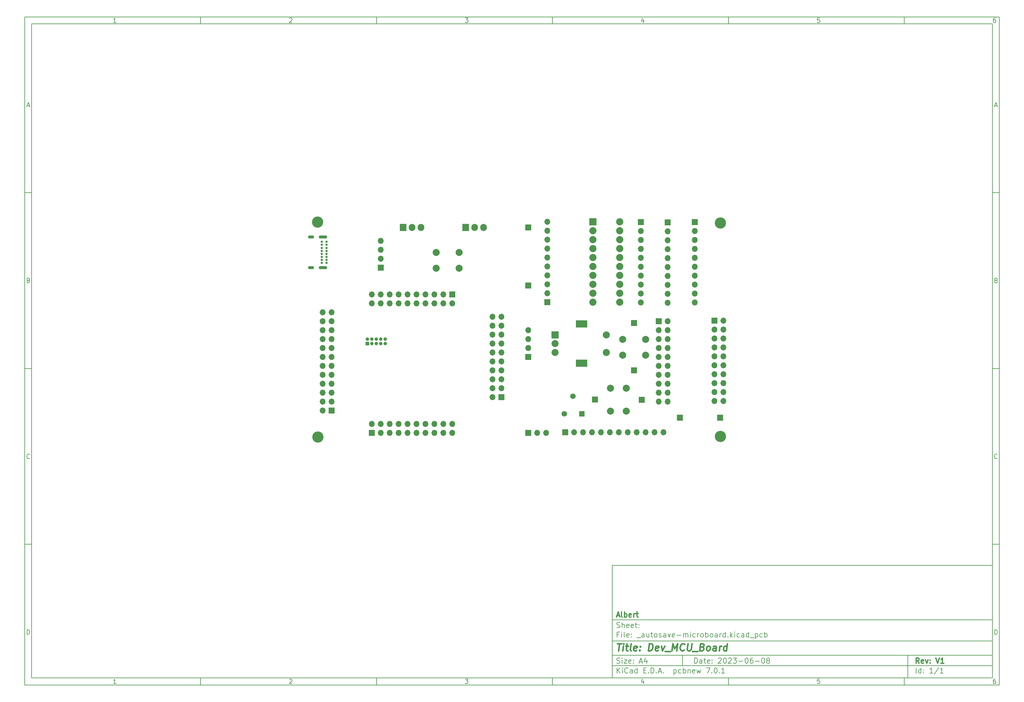
<source format=gbr>
%TF.GenerationSoftware,KiCad,Pcbnew,7.0.1*%
%TF.CreationDate,2023-06-08T12:37:54+02:00*%
%TF.ProjectId,_autosave-microboard,5f617574-6f73-4617-9665-2d6d6963726f,V1*%
%TF.SameCoordinates,Original*%
%TF.FileFunction,Soldermask,Bot*%
%TF.FilePolarity,Negative*%
%FSLAX46Y46*%
G04 Gerber Fmt 4.6, Leading zero omitted, Abs format (unit mm)*
G04 Created by KiCad (PCBNEW 7.0.1) date 2023-06-08 12:37:54*
%MOMM*%
%LPD*%
G01*
G04 APERTURE LIST*
%ADD10C,0.100000*%
%ADD11C,0.150000*%
%ADD12C,0.300000*%
%ADD13C,0.400000*%
%ADD14R,1.700000X1.700000*%
%ADD15O,1.700000X1.700000*%
%ADD16C,3.200000*%
%ADD17C,2.000000*%
%ADD18C,0.650000*%
%ADD19O,1.700000X0.900000*%
%ADD20O,2.400000X0.900000*%
%ADD21R,2.032000X2.032000*%
%ADD22C,2.032000*%
%ADD23R,1.905000X2.000000*%
%ADD24O,1.905000X2.000000*%
%ADD25R,2.000000X2.000000*%
%ADD26R,3.200000X2.000000*%
%ADD27R,1.560000X1.560000*%
%ADD28C,1.560000*%
%ADD29R,1.000000X1.000000*%
%ADD30O,1.000000X1.000000*%
G04 APERTURE END LIST*
D10*
D11*
X177002200Y-166007200D02*
X285002200Y-166007200D01*
X285002200Y-198007200D01*
X177002200Y-198007200D01*
X177002200Y-166007200D01*
D10*
D11*
X10000000Y-10000000D02*
X287002200Y-10000000D01*
X287002200Y-200007200D01*
X10000000Y-200007200D01*
X10000000Y-10000000D01*
D10*
D11*
X12000000Y-12000000D02*
X285002200Y-12000000D01*
X285002200Y-198007200D01*
X12000000Y-198007200D01*
X12000000Y-12000000D01*
D10*
D11*
X60000000Y-12000000D02*
X60000000Y-10000000D01*
D10*
D11*
X110000000Y-12000000D02*
X110000000Y-10000000D01*
D10*
D11*
X160000000Y-12000000D02*
X160000000Y-10000000D01*
D10*
D11*
X210000000Y-12000000D02*
X210000000Y-10000000D01*
D10*
D11*
X260000000Y-12000000D02*
X260000000Y-10000000D01*
D10*
D11*
X35990476Y-11601404D02*
X35247619Y-11601404D01*
X35619047Y-11601404D02*
X35619047Y-10301404D01*
X35619047Y-10301404D02*
X35495238Y-10487119D01*
X35495238Y-10487119D02*
X35371428Y-10610928D01*
X35371428Y-10610928D02*
X35247619Y-10672833D01*
D10*
D11*
X85247619Y-10425214D02*
X85309523Y-10363309D01*
X85309523Y-10363309D02*
X85433333Y-10301404D01*
X85433333Y-10301404D02*
X85742857Y-10301404D01*
X85742857Y-10301404D02*
X85866666Y-10363309D01*
X85866666Y-10363309D02*
X85928571Y-10425214D01*
X85928571Y-10425214D02*
X85990476Y-10549023D01*
X85990476Y-10549023D02*
X85990476Y-10672833D01*
X85990476Y-10672833D02*
X85928571Y-10858547D01*
X85928571Y-10858547D02*
X85185714Y-11601404D01*
X85185714Y-11601404D02*
X85990476Y-11601404D01*
D10*
D11*
X135185714Y-10301404D02*
X135990476Y-10301404D01*
X135990476Y-10301404D02*
X135557142Y-10796642D01*
X135557142Y-10796642D02*
X135742857Y-10796642D01*
X135742857Y-10796642D02*
X135866666Y-10858547D01*
X135866666Y-10858547D02*
X135928571Y-10920452D01*
X135928571Y-10920452D02*
X135990476Y-11044261D01*
X135990476Y-11044261D02*
X135990476Y-11353785D01*
X135990476Y-11353785D02*
X135928571Y-11477595D01*
X135928571Y-11477595D02*
X135866666Y-11539500D01*
X135866666Y-11539500D02*
X135742857Y-11601404D01*
X135742857Y-11601404D02*
X135371428Y-11601404D01*
X135371428Y-11601404D02*
X135247619Y-11539500D01*
X135247619Y-11539500D02*
X135185714Y-11477595D01*
D10*
D11*
X185866666Y-10734738D02*
X185866666Y-11601404D01*
X185557142Y-10239500D02*
X185247619Y-11168071D01*
X185247619Y-11168071D02*
X186052380Y-11168071D01*
D10*
D11*
X235928571Y-10301404D02*
X235309523Y-10301404D01*
X235309523Y-10301404D02*
X235247619Y-10920452D01*
X235247619Y-10920452D02*
X235309523Y-10858547D01*
X235309523Y-10858547D02*
X235433333Y-10796642D01*
X235433333Y-10796642D02*
X235742857Y-10796642D01*
X235742857Y-10796642D02*
X235866666Y-10858547D01*
X235866666Y-10858547D02*
X235928571Y-10920452D01*
X235928571Y-10920452D02*
X235990476Y-11044261D01*
X235990476Y-11044261D02*
X235990476Y-11353785D01*
X235990476Y-11353785D02*
X235928571Y-11477595D01*
X235928571Y-11477595D02*
X235866666Y-11539500D01*
X235866666Y-11539500D02*
X235742857Y-11601404D01*
X235742857Y-11601404D02*
X235433333Y-11601404D01*
X235433333Y-11601404D02*
X235309523Y-11539500D01*
X235309523Y-11539500D02*
X235247619Y-11477595D01*
D10*
D11*
X285866666Y-10301404D02*
X285619047Y-10301404D01*
X285619047Y-10301404D02*
X285495238Y-10363309D01*
X285495238Y-10363309D02*
X285433333Y-10425214D01*
X285433333Y-10425214D02*
X285309523Y-10610928D01*
X285309523Y-10610928D02*
X285247619Y-10858547D01*
X285247619Y-10858547D02*
X285247619Y-11353785D01*
X285247619Y-11353785D02*
X285309523Y-11477595D01*
X285309523Y-11477595D02*
X285371428Y-11539500D01*
X285371428Y-11539500D02*
X285495238Y-11601404D01*
X285495238Y-11601404D02*
X285742857Y-11601404D01*
X285742857Y-11601404D02*
X285866666Y-11539500D01*
X285866666Y-11539500D02*
X285928571Y-11477595D01*
X285928571Y-11477595D02*
X285990476Y-11353785D01*
X285990476Y-11353785D02*
X285990476Y-11044261D01*
X285990476Y-11044261D02*
X285928571Y-10920452D01*
X285928571Y-10920452D02*
X285866666Y-10858547D01*
X285866666Y-10858547D02*
X285742857Y-10796642D01*
X285742857Y-10796642D02*
X285495238Y-10796642D01*
X285495238Y-10796642D02*
X285371428Y-10858547D01*
X285371428Y-10858547D02*
X285309523Y-10920452D01*
X285309523Y-10920452D02*
X285247619Y-11044261D01*
D10*
D11*
X60000000Y-198007200D02*
X60000000Y-200007200D01*
D10*
D11*
X110000000Y-198007200D02*
X110000000Y-200007200D01*
D10*
D11*
X160000000Y-198007200D02*
X160000000Y-200007200D01*
D10*
D11*
X210000000Y-198007200D02*
X210000000Y-200007200D01*
D10*
D11*
X260000000Y-198007200D02*
X260000000Y-200007200D01*
D10*
D11*
X35990476Y-199608604D02*
X35247619Y-199608604D01*
X35619047Y-199608604D02*
X35619047Y-198308604D01*
X35619047Y-198308604D02*
X35495238Y-198494319D01*
X35495238Y-198494319D02*
X35371428Y-198618128D01*
X35371428Y-198618128D02*
X35247619Y-198680033D01*
D10*
D11*
X85247619Y-198432414D02*
X85309523Y-198370509D01*
X85309523Y-198370509D02*
X85433333Y-198308604D01*
X85433333Y-198308604D02*
X85742857Y-198308604D01*
X85742857Y-198308604D02*
X85866666Y-198370509D01*
X85866666Y-198370509D02*
X85928571Y-198432414D01*
X85928571Y-198432414D02*
X85990476Y-198556223D01*
X85990476Y-198556223D02*
X85990476Y-198680033D01*
X85990476Y-198680033D02*
X85928571Y-198865747D01*
X85928571Y-198865747D02*
X85185714Y-199608604D01*
X85185714Y-199608604D02*
X85990476Y-199608604D01*
D10*
D11*
X135185714Y-198308604D02*
X135990476Y-198308604D01*
X135990476Y-198308604D02*
X135557142Y-198803842D01*
X135557142Y-198803842D02*
X135742857Y-198803842D01*
X135742857Y-198803842D02*
X135866666Y-198865747D01*
X135866666Y-198865747D02*
X135928571Y-198927652D01*
X135928571Y-198927652D02*
X135990476Y-199051461D01*
X135990476Y-199051461D02*
X135990476Y-199360985D01*
X135990476Y-199360985D02*
X135928571Y-199484795D01*
X135928571Y-199484795D02*
X135866666Y-199546700D01*
X135866666Y-199546700D02*
X135742857Y-199608604D01*
X135742857Y-199608604D02*
X135371428Y-199608604D01*
X135371428Y-199608604D02*
X135247619Y-199546700D01*
X135247619Y-199546700D02*
X135185714Y-199484795D01*
D10*
D11*
X185866666Y-198741938D02*
X185866666Y-199608604D01*
X185557142Y-198246700D02*
X185247619Y-199175271D01*
X185247619Y-199175271D02*
X186052380Y-199175271D01*
D10*
D11*
X235928571Y-198308604D02*
X235309523Y-198308604D01*
X235309523Y-198308604D02*
X235247619Y-198927652D01*
X235247619Y-198927652D02*
X235309523Y-198865747D01*
X235309523Y-198865747D02*
X235433333Y-198803842D01*
X235433333Y-198803842D02*
X235742857Y-198803842D01*
X235742857Y-198803842D02*
X235866666Y-198865747D01*
X235866666Y-198865747D02*
X235928571Y-198927652D01*
X235928571Y-198927652D02*
X235990476Y-199051461D01*
X235990476Y-199051461D02*
X235990476Y-199360985D01*
X235990476Y-199360985D02*
X235928571Y-199484795D01*
X235928571Y-199484795D02*
X235866666Y-199546700D01*
X235866666Y-199546700D02*
X235742857Y-199608604D01*
X235742857Y-199608604D02*
X235433333Y-199608604D01*
X235433333Y-199608604D02*
X235309523Y-199546700D01*
X235309523Y-199546700D02*
X235247619Y-199484795D01*
D10*
D11*
X285866666Y-198308604D02*
X285619047Y-198308604D01*
X285619047Y-198308604D02*
X285495238Y-198370509D01*
X285495238Y-198370509D02*
X285433333Y-198432414D01*
X285433333Y-198432414D02*
X285309523Y-198618128D01*
X285309523Y-198618128D02*
X285247619Y-198865747D01*
X285247619Y-198865747D02*
X285247619Y-199360985D01*
X285247619Y-199360985D02*
X285309523Y-199484795D01*
X285309523Y-199484795D02*
X285371428Y-199546700D01*
X285371428Y-199546700D02*
X285495238Y-199608604D01*
X285495238Y-199608604D02*
X285742857Y-199608604D01*
X285742857Y-199608604D02*
X285866666Y-199546700D01*
X285866666Y-199546700D02*
X285928571Y-199484795D01*
X285928571Y-199484795D02*
X285990476Y-199360985D01*
X285990476Y-199360985D02*
X285990476Y-199051461D01*
X285990476Y-199051461D02*
X285928571Y-198927652D01*
X285928571Y-198927652D02*
X285866666Y-198865747D01*
X285866666Y-198865747D02*
X285742857Y-198803842D01*
X285742857Y-198803842D02*
X285495238Y-198803842D01*
X285495238Y-198803842D02*
X285371428Y-198865747D01*
X285371428Y-198865747D02*
X285309523Y-198927652D01*
X285309523Y-198927652D02*
X285247619Y-199051461D01*
D10*
D11*
X10000000Y-60000000D02*
X12000000Y-60000000D01*
D10*
D11*
X10000000Y-110000000D02*
X12000000Y-110000000D01*
D10*
D11*
X10000000Y-160000000D02*
X12000000Y-160000000D01*
D10*
D11*
X10690476Y-35229976D02*
X11309523Y-35229976D01*
X10566666Y-35601404D02*
X10999999Y-34301404D01*
X10999999Y-34301404D02*
X11433333Y-35601404D01*
D10*
D11*
X11092857Y-84920452D02*
X11278571Y-84982357D01*
X11278571Y-84982357D02*
X11340476Y-85044261D01*
X11340476Y-85044261D02*
X11402380Y-85168071D01*
X11402380Y-85168071D02*
X11402380Y-85353785D01*
X11402380Y-85353785D02*
X11340476Y-85477595D01*
X11340476Y-85477595D02*
X11278571Y-85539500D01*
X11278571Y-85539500D02*
X11154761Y-85601404D01*
X11154761Y-85601404D02*
X10659523Y-85601404D01*
X10659523Y-85601404D02*
X10659523Y-84301404D01*
X10659523Y-84301404D02*
X11092857Y-84301404D01*
X11092857Y-84301404D02*
X11216666Y-84363309D01*
X11216666Y-84363309D02*
X11278571Y-84425214D01*
X11278571Y-84425214D02*
X11340476Y-84549023D01*
X11340476Y-84549023D02*
X11340476Y-84672833D01*
X11340476Y-84672833D02*
X11278571Y-84796642D01*
X11278571Y-84796642D02*
X11216666Y-84858547D01*
X11216666Y-84858547D02*
X11092857Y-84920452D01*
X11092857Y-84920452D02*
X10659523Y-84920452D01*
D10*
D11*
X11402380Y-135477595D02*
X11340476Y-135539500D01*
X11340476Y-135539500D02*
X11154761Y-135601404D01*
X11154761Y-135601404D02*
X11030952Y-135601404D01*
X11030952Y-135601404D02*
X10845238Y-135539500D01*
X10845238Y-135539500D02*
X10721428Y-135415690D01*
X10721428Y-135415690D02*
X10659523Y-135291880D01*
X10659523Y-135291880D02*
X10597619Y-135044261D01*
X10597619Y-135044261D02*
X10597619Y-134858547D01*
X10597619Y-134858547D02*
X10659523Y-134610928D01*
X10659523Y-134610928D02*
X10721428Y-134487119D01*
X10721428Y-134487119D02*
X10845238Y-134363309D01*
X10845238Y-134363309D02*
X11030952Y-134301404D01*
X11030952Y-134301404D02*
X11154761Y-134301404D01*
X11154761Y-134301404D02*
X11340476Y-134363309D01*
X11340476Y-134363309D02*
X11402380Y-134425214D01*
D10*
D11*
X10659523Y-185601404D02*
X10659523Y-184301404D01*
X10659523Y-184301404D02*
X10969047Y-184301404D01*
X10969047Y-184301404D02*
X11154761Y-184363309D01*
X11154761Y-184363309D02*
X11278571Y-184487119D01*
X11278571Y-184487119D02*
X11340476Y-184610928D01*
X11340476Y-184610928D02*
X11402380Y-184858547D01*
X11402380Y-184858547D02*
X11402380Y-185044261D01*
X11402380Y-185044261D02*
X11340476Y-185291880D01*
X11340476Y-185291880D02*
X11278571Y-185415690D01*
X11278571Y-185415690D02*
X11154761Y-185539500D01*
X11154761Y-185539500D02*
X10969047Y-185601404D01*
X10969047Y-185601404D02*
X10659523Y-185601404D01*
D10*
D11*
X287002200Y-60000000D02*
X285002200Y-60000000D01*
D10*
D11*
X287002200Y-110000000D02*
X285002200Y-110000000D01*
D10*
D11*
X287002200Y-160000000D02*
X285002200Y-160000000D01*
D10*
D11*
X285692676Y-35229976D02*
X286311723Y-35229976D01*
X285568866Y-35601404D02*
X286002199Y-34301404D01*
X286002199Y-34301404D02*
X286435533Y-35601404D01*
D10*
D11*
X286095057Y-84920452D02*
X286280771Y-84982357D01*
X286280771Y-84982357D02*
X286342676Y-85044261D01*
X286342676Y-85044261D02*
X286404580Y-85168071D01*
X286404580Y-85168071D02*
X286404580Y-85353785D01*
X286404580Y-85353785D02*
X286342676Y-85477595D01*
X286342676Y-85477595D02*
X286280771Y-85539500D01*
X286280771Y-85539500D02*
X286156961Y-85601404D01*
X286156961Y-85601404D02*
X285661723Y-85601404D01*
X285661723Y-85601404D02*
X285661723Y-84301404D01*
X285661723Y-84301404D02*
X286095057Y-84301404D01*
X286095057Y-84301404D02*
X286218866Y-84363309D01*
X286218866Y-84363309D02*
X286280771Y-84425214D01*
X286280771Y-84425214D02*
X286342676Y-84549023D01*
X286342676Y-84549023D02*
X286342676Y-84672833D01*
X286342676Y-84672833D02*
X286280771Y-84796642D01*
X286280771Y-84796642D02*
X286218866Y-84858547D01*
X286218866Y-84858547D02*
X286095057Y-84920452D01*
X286095057Y-84920452D02*
X285661723Y-84920452D01*
D10*
D11*
X286404580Y-135477595D02*
X286342676Y-135539500D01*
X286342676Y-135539500D02*
X286156961Y-135601404D01*
X286156961Y-135601404D02*
X286033152Y-135601404D01*
X286033152Y-135601404D02*
X285847438Y-135539500D01*
X285847438Y-135539500D02*
X285723628Y-135415690D01*
X285723628Y-135415690D02*
X285661723Y-135291880D01*
X285661723Y-135291880D02*
X285599819Y-135044261D01*
X285599819Y-135044261D02*
X285599819Y-134858547D01*
X285599819Y-134858547D02*
X285661723Y-134610928D01*
X285661723Y-134610928D02*
X285723628Y-134487119D01*
X285723628Y-134487119D02*
X285847438Y-134363309D01*
X285847438Y-134363309D02*
X286033152Y-134301404D01*
X286033152Y-134301404D02*
X286156961Y-134301404D01*
X286156961Y-134301404D02*
X286342676Y-134363309D01*
X286342676Y-134363309D02*
X286404580Y-134425214D01*
D10*
D11*
X285661723Y-185601404D02*
X285661723Y-184301404D01*
X285661723Y-184301404D02*
X285971247Y-184301404D01*
X285971247Y-184301404D02*
X286156961Y-184363309D01*
X286156961Y-184363309D02*
X286280771Y-184487119D01*
X286280771Y-184487119D02*
X286342676Y-184610928D01*
X286342676Y-184610928D02*
X286404580Y-184858547D01*
X286404580Y-184858547D02*
X286404580Y-185044261D01*
X286404580Y-185044261D02*
X286342676Y-185291880D01*
X286342676Y-185291880D02*
X286280771Y-185415690D01*
X286280771Y-185415690D02*
X286156961Y-185539500D01*
X286156961Y-185539500D02*
X285971247Y-185601404D01*
X285971247Y-185601404D02*
X285661723Y-185601404D01*
D10*
D11*
X200359342Y-193801128D02*
X200359342Y-192301128D01*
X200359342Y-192301128D02*
X200716485Y-192301128D01*
X200716485Y-192301128D02*
X200930771Y-192372557D01*
X200930771Y-192372557D02*
X201073628Y-192515414D01*
X201073628Y-192515414D02*
X201145057Y-192658271D01*
X201145057Y-192658271D02*
X201216485Y-192943985D01*
X201216485Y-192943985D02*
X201216485Y-193158271D01*
X201216485Y-193158271D02*
X201145057Y-193443985D01*
X201145057Y-193443985D02*
X201073628Y-193586842D01*
X201073628Y-193586842D02*
X200930771Y-193729700D01*
X200930771Y-193729700D02*
X200716485Y-193801128D01*
X200716485Y-193801128D02*
X200359342Y-193801128D01*
X202502200Y-193801128D02*
X202502200Y-193015414D01*
X202502200Y-193015414D02*
X202430771Y-192872557D01*
X202430771Y-192872557D02*
X202287914Y-192801128D01*
X202287914Y-192801128D02*
X202002200Y-192801128D01*
X202002200Y-192801128D02*
X201859342Y-192872557D01*
X202502200Y-193729700D02*
X202359342Y-193801128D01*
X202359342Y-193801128D02*
X202002200Y-193801128D01*
X202002200Y-193801128D02*
X201859342Y-193729700D01*
X201859342Y-193729700D02*
X201787914Y-193586842D01*
X201787914Y-193586842D02*
X201787914Y-193443985D01*
X201787914Y-193443985D02*
X201859342Y-193301128D01*
X201859342Y-193301128D02*
X202002200Y-193229700D01*
X202002200Y-193229700D02*
X202359342Y-193229700D01*
X202359342Y-193229700D02*
X202502200Y-193158271D01*
X203002200Y-192801128D02*
X203573628Y-192801128D01*
X203216485Y-192301128D02*
X203216485Y-193586842D01*
X203216485Y-193586842D02*
X203287914Y-193729700D01*
X203287914Y-193729700D02*
X203430771Y-193801128D01*
X203430771Y-193801128D02*
X203573628Y-193801128D01*
X204645057Y-193729700D02*
X204502200Y-193801128D01*
X204502200Y-193801128D02*
X204216486Y-193801128D01*
X204216486Y-193801128D02*
X204073628Y-193729700D01*
X204073628Y-193729700D02*
X204002200Y-193586842D01*
X204002200Y-193586842D02*
X204002200Y-193015414D01*
X204002200Y-193015414D02*
X204073628Y-192872557D01*
X204073628Y-192872557D02*
X204216486Y-192801128D01*
X204216486Y-192801128D02*
X204502200Y-192801128D01*
X204502200Y-192801128D02*
X204645057Y-192872557D01*
X204645057Y-192872557D02*
X204716486Y-193015414D01*
X204716486Y-193015414D02*
X204716486Y-193158271D01*
X204716486Y-193158271D02*
X204002200Y-193301128D01*
X205359342Y-193658271D02*
X205430771Y-193729700D01*
X205430771Y-193729700D02*
X205359342Y-193801128D01*
X205359342Y-193801128D02*
X205287914Y-193729700D01*
X205287914Y-193729700D02*
X205359342Y-193658271D01*
X205359342Y-193658271D02*
X205359342Y-193801128D01*
X205359342Y-192872557D02*
X205430771Y-192943985D01*
X205430771Y-192943985D02*
X205359342Y-193015414D01*
X205359342Y-193015414D02*
X205287914Y-192943985D01*
X205287914Y-192943985D02*
X205359342Y-192872557D01*
X205359342Y-192872557D02*
X205359342Y-193015414D01*
X207145057Y-192443985D02*
X207216485Y-192372557D01*
X207216485Y-192372557D02*
X207359343Y-192301128D01*
X207359343Y-192301128D02*
X207716485Y-192301128D01*
X207716485Y-192301128D02*
X207859343Y-192372557D01*
X207859343Y-192372557D02*
X207930771Y-192443985D01*
X207930771Y-192443985D02*
X208002200Y-192586842D01*
X208002200Y-192586842D02*
X208002200Y-192729700D01*
X208002200Y-192729700D02*
X207930771Y-192943985D01*
X207930771Y-192943985D02*
X207073628Y-193801128D01*
X207073628Y-193801128D02*
X208002200Y-193801128D01*
X208930771Y-192301128D02*
X209073628Y-192301128D01*
X209073628Y-192301128D02*
X209216485Y-192372557D01*
X209216485Y-192372557D02*
X209287914Y-192443985D01*
X209287914Y-192443985D02*
X209359342Y-192586842D01*
X209359342Y-192586842D02*
X209430771Y-192872557D01*
X209430771Y-192872557D02*
X209430771Y-193229700D01*
X209430771Y-193229700D02*
X209359342Y-193515414D01*
X209359342Y-193515414D02*
X209287914Y-193658271D01*
X209287914Y-193658271D02*
X209216485Y-193729700D01*
X209216485Y-193729700D02*
X209073628Y-193801128D01*
X209073628Y-193801128D02*
X208930771Y-193801128D01*
X208930771Y-193801128D02*
X208787914Y-193729700D01*
X208787914Y-193729700D02*
X208716485Y-193658271D01*
X208716485Y-193658271D02*
X208645056Y-193515414D01*
X208645056Y-193515414D02*
X208573628Y-193229700D01*
X208573628Y-193229700D02*
X208573628Y-192872557D01*
X208573628Y-192872557D02*
X208645056Y-192586842D01*
X208645056Y-192586842D02*
X208716485Y-192443985D01*
X208716485Y-192443985D02*
X208787914Y-192372557D01*
X208787914Y-192372557D02*
X208930771Y-192301128D01*
X210002199Y-192443985D02*
X210073627Y-192372557D01*
X210073627Y-192372557D02*
X210216485Y-192301128D01*
X210216485Y-192301128D02*
X210573627Y-192301128D01*
X210573627Y-192301128D02*
X210716485Y-192372557D01*
X210716485Y-192372557D02*
X210787913Y-192443985D01*
X210787913Y-192443985D02*
X210859342Y-192586842D01*
X210859342Y-192586842D02*
X210859342Y-192729700D01*
X210859342Y-192729700D02*
X210787913Y-192943985D01*
X210787913Y-192943985D02*
X209930770Y-193801128D01*
X209930770Y-193801128D02*
X210859342Y-193801128D01*
X211359341Y-192301128D02*
X212287913Y-192301128D01*
X212287913Y-192301128D02*
X211787913Y-192872557D01*
X211787913Y-192872557D02*
X212002198Y-192872557D01*
X212002198Y-192872557D02*
X212145056Y-192943985D01*
X212145056Y-192943985D02*
X212216484Y-193015414D01*
X212216484Y-193015414D02*
X212287913Y-193158271D01*
X212287913Y-193158271D02*
X212287913Y-193515414D01*
X212287913Y-193515414D02*
X212216484Y-193658271D01*
X212216484Y-193658271D02*
X212145056Y-193729700D01*
X212145056Y-193729700D02*
X212002198Y-193801128D01*
X212002198Y-193801128D02*
X211573627Y-193801128D01*
X211573627Y-193801128D02*
X211430770Y-193729700D01*
X211430770Y-193729700D02*
X211359341Y-193658271D01*
X212930769Y-193229700D02*
X214073627Y-193229700D01*
X215073627Y-192301128D02*
X215216484Y-192301128D01*
X215216484Y-192301128D02*
X215359341Y-192372557D01*
X215359341Y-192372557D02*
X215430770Y-192443985D01*
X215430770Y-192443985D02*
X215502198Y-192586842D01*
X215502198Y-192586842D02*
X215573627Y-192872557D01*
X215573627Y-192872557D02*
X215573627Y-193229700D01*
X215573627Y-193229700D02*
X215502198Y-193515414D01*
X215502198Y-193515414D02*
X215430770Y-193658271D01*
X215430770Y-193658271D02*
X215359341Y-193729700D01*
X215359341Y-193729700D02*
X215216484Y-193801128D01*
X215216484Y-193801128D02*
X215073627Y-193801128D01*
X215073627Y-193801128D02*
X214930770Y-193729700D01*
X214930770Y-193729700D02*
X214859341Y-193658271D01*
X214859341Y-193658271D02*
X214787912Y-193515414D01*
X214787912Y-193515414D02*
X214716484Y-193229700D01*
X214716484Y-193229700D02*
X214716484Y-192872557D01*
X214716484Y-192872557D02*
X214787912Y-192586842D01*
X214787912Y-192586842D02*
X214859341Y-192443985D01*
X214859341Y-192443985D02*
X214930770Y-192372557D01*
X214930770Y-192372557D02*
X215073627Y-192301128D01*
X216859341Y-192301128D02*
X216573626Y-192301128D01*
X216573626Y-192301128D02*
X216430769Y-192372557D01*
X216430769Y-192372557D02*
X216359341Y-192443985D01*
X216359341Y-192443985D02*
X216216483Y-192658271D01*
X216216483Y-192658271D02*
X216145055Y-192943985D01*
X216145055Y-192943985D02*
X216145055Y-193515414D01*
X216145055Y-193515414D02*
X216216483Y-193658271D01*
X216216483Y-193658271D02*
X216287912Y-193729700D01*
X216287912Y-193729700D02*
X216430769Y-193801128D01*
X216430769Y-193801128D02*
X216716483Y-193801128D01*
X216716483Y-193801128D02*
X216859341Y-193729700D01*
X216859341Y-193729700D02*
X216930769Y-193658271D01*
X216930769Y-193658271D02*
X217002198Y-193515414D01*
X217002198Y-193515414D02*
X217002198Y-193158271D01*
X217002198Y-193158271D02*
X216930769Y-193015414D01*
X216930769Y-193015414D02*
X216859341Y-192943985D01*
X216859341Y-192943985D02*
X216716483Y-192872557D01*
X216716483Y-192872557D02*
X216430769Y-192872557D01*
X216430769Y-192872557D02*
X216287912Y-192943985D01*
X216287912Y-192943985D02*
X216216483Y-193015414D01*
X216216483Y-193015414D02*
X216145055Y-193158271D01*
X217645054Y-193229700D02*
X218787912Y-193229700D01*
X219787912Y-192301128D02*
X219930769Y-192301128D01*
X219930769Y-192301128D02*
X220073626Y-192372557D01*
X220073626Y-192372557D02*
X220145055Y-192443985D01*
X220145055Y-192443985D02*
X220216483Y-192586842D01*
X220216483Y-192586842D02*
X220287912Y-192872557D01*
X220287912Y-192872557D02*
X220287912Y-193229700D01*
X220287912Y-193229700D02*
X220216483Y-193515414D01*
X220216483Y-193515414D02*
X220145055Y-193658271D01*
X220145055Y-193658271D02*
X220073626Y-193729700D01*
X220073626Y-193729700D02*
X219930769Y-193801128D01*
X219930769Y-193801128D02*
X219787912Y-193801128D01*
X219787912Y-193801128D02*
X219645055Y-193729700D01*
X219645055Y-193729700D02*
X219573626Y-193658271D01*
X219573626Y-193658271D02*
X219502197Y-193515414D01*
X219502197Y-193515414D02*
X219430769Y-193229700D01*
X219430769Y-193229700D02*
X219430769Y-192872557D01*
X219430769Y-192872557D02*
X219502197Y-192586842D01*
X219502197Y-192586842D02*
X219573626Y-192443985D01*
X219573626Y-192443985D02*
X219645055Y-192372557D01*
X219645055Y-192372557D02*
X219787912Y-192301128D01*
X221145054Y-192943985D02*
X221002197Y-192872557D01*
X221002197Y-192872557D02*
X220930768Y-192801128D01*
X220930768Y-192801128D02*
X220859340Y-192658271D01*
X220859340Y-192658271D02*
X220859340Y-192586842D01*
X220859340Y-192586842D02*
X220930768Y-192443985D01*
X220930768Y-192443985D02*
X221002197Y-192372557D01*
X221002197Y-192372557D02*
X221145054Y-192301128D01*
X221145054Y-192301128D02*
X221430768Y-192301128D01*
X221430768Y-192301128D02*
X221573626Y-192372557D01*
X221573626Y-192372557D02*
X221645054Y-192443985D01*
X221645054Y-192443985D02*
X221716483Y-192586842D01*
X221716483Y-192586842D02*
X221716483Y-192658271D01*
X221716483Y-192658271D02*
X221645054Y-192801128D01*
X221645054Y-192801128D02*
X221573626Y-192872557D01*
X221573626Y-192872557D02*
X221430768Y-192943985D01*
X221430768Y-192943985D02*
X221145054Y-192943985D01*
X221145054Y-192943985D02*
X221002197Y-193015414D01*
X221002197Y-193015414D02*
X220930768Y-193086842D01*
X220930768Y-193086842D02*
X220859340Y-193229700D01*
X220859340Y-193229700D02*
X220859340Y-193515414D01*
X220859340Y-193515414D02*
X220930768Y-193658271D01*
X220930768Y-193658271D02*
X221002197Y-193729700D01*
X221002197Y-193729700D02*
X221145054Y-193801128D01*
X221145054Y-193801128D02*
X221430768Y-193801128D01*
X221430768Y-193801128D02*
X221573626Y-193729700D01*
X221573626Y-193729700D02*
X221645054Y-193658271D01*
X221645054Y-193658271D02*
X221716483Y-193515414D01*
X221716483Y-193515414D02*
X221716483Y-193229700D01*
X221716483Y-193229700D02*
X221645054Y-193086842D01*
X221645054Y-193086842D02*
X221573626Y-193015414D01*
X221573626Y-193015414D02*
X221430768Y-192943985D01*
D10*
D11*
X177002200Y-194507200D02*
X285002200Y-194507200D01*
D10*
D11*
X178359342Y-196601128D02*
X178359342Y-195101128D01*
X179216485Y-196601128D02*
X178573628Y-195743985D01*
X179216485Y-195101128D02*
X178359342Y-195958271D01*
X179859342Y-196601128D02*
X179859342Y-195601128D01*
X179859342Y-195101128D02*
X179787914Y-195172557D01*
X179787914Y-195172557D02*
X179859342Y-195243985D01*
X179859342Y-195243985D02*
X179930771Y-195172557D01*
X179930771Y-195172557D02*
X179859342Y-195101128D01*
X179859342Y-195101128D02*
X179859342Y-195243985D01*
X181430771Y-196458271D02*
X181359343Y-196529700D01*
X181359343Y-196529700D02*
X181145057Y-196601128D01*
X181145057Y-196601128D02*
X181002200Y-196601128D01*
X181002200Y-196601128D02*
X180787914Y-196529700D01*
X180787914Y-196529700D02*
X180645057Y-196386842D01*
X180645057Y-196386842D02*
X180573628Y-196243985D01*
X180573628Y-196243985D02*
X180502200Y-195958271D01*
X180502200Y-195958271D02*
X180502200Y-195743985D01*
X180502200Y-195743985D02*
X180573628Y-195458271D01*
X180573628Y-195458271D02*
X180645057Y-195315414D01*
X180645057Y-195315414D02*
X180787914Y-195172557D01*
X180787914Y-195172557D02*
X181002200Y-195101128D01*
X181002200Y-195101128D02*
X181145057Y-195101128D01*
X181145057Y-195101128D02*
X181359343Y-195172557D01*
X181359343Y-195172557D02*
X181430771Y-195243985D01*
X182716486Y-196601128D02*
X182716486Y-195815414D01*
X182716486Y-195815414D02*
X182645057Y-195672557D01*
X182645057Y-195672557D02*
X182502200Y-195601128D01*
X182502200Y-195601128D02*
X182216486Y-195601128D01*
X182216486Y-195601128D02*
X182073628Y-195672557D01*
X182716486Y-196529700D02*
X182573628Y-196601128D01*
X182573628Y-196601128D02*
X182216486Y-196601128D01*
X182216486Y-196601128D02*
X182073628Y-196529700D01*
X182073628Y-196529700D02*
X182002200Y-196386842D01*
X182002200Y-196386842D02*
X182002200Y-196243985D01*
X182002200Y-196243985D02*
X182073628Y-196101128D01*
X182073628Y-196101128D02*
X182216486Y-196029700D01*
X182216486Y-196029700D02*
X182573628Y-196029700D01*
X182573628Y-196029700D02*
X182716486Y-195958271D01*
X184073629Y-196601128D02*
X184073629Y-195101128D01*
X184073629Y-196529700D02*
X183930771Y-196601128D01*
X183930771Y-196601128D02*
X183645057Y-196601128D01*
X183645057Y-196601128D02*
X183502200Y-196529700D01*
X183502200Y-196529700D02*
X183430771Y-196458271D01*
X183430771Y-196458271D02*
X183359343Y-196315414D01*
X183359343Y-196315414D02*
X183359343Y-195886842D01*
X183359343Y-195886842D02*
X183430771Y-195743985D01*
X183430771Y-195743985D02*
X183502200Y-195672557D01*
X183502200Y-195672557D02*
X183645057Y-195601128D01*
X183645057Y-195601128D02*
X183930771Y-195601128D01*
X183930771Y-195601128D02*
X184073629Y-195672557D01*
X185930771Y-195815414D02*
X186430771Y-195815414D01*
X186645057Y-196601128D02*
X185930771Y-196601128D01*
X185930771Y-196601128D02*
X185930771Y-195101128D01*
X185930771Y-195101128D02*
X186645057Y-195101128D01*
X187287914Y-196458271D02*
X187359343Y-196529700D01*
X187359343Y-196529700D02*
X187287914Y-196601128D01*
X187287914Y-196601128D02*
X187216486Y-196529700D01*
X187216486Y-196529700D02*
X187287914Y-196458271D01*
X187287914Y-196458271D02*
X187287914Y-196601128D01*
X188002200Y-196601128D02*
X188002200Y-195101128D01*
X188002200Y-195101128D02*
X188359343Y-195101128D01*
X188359343Y-195101128D02*
X188573629Y-195172557D01*
X188573629Y-195172557D02*
X188716486Y-195315414D01*
X188716486Y-195315414D02*
X188787915Y-195458271D01*
X188787915Y-195458271D02*
X188859343Y-195743985D01*
X188859343Y-195743985D02*
X188859343Y-195958271D01*
X188859343Y-195958271D02*
X188787915Y-196243985D01*
X188787915Y-196243985D02*
X188716486Y-196386842D01*
X188716486Y-196386842D02*
X188573629Y-196529700D01*
X188573629Y-196529700D02*
X188359343Y-196601128D01*
X188359343Y-196601128D02*
X188002200Y-196601128D01*
X189502200Y-196458271D02*
X189573629Y-196529700D01*
X189573629Y-196529700D02*
X189502200Y-196601128D01*
X189502200Y-196601128D02*
X189430772Y-196529700D01*
X189430772Y-196529700D02*
X189502200Y-196458271D01*
X189502200Y-196458271D02*
X189502200Y-196601128D01*
X190145058Y-196172557D02*
X190859344Y-196172557D01*
X190002201Y-196601128D02*
X190502201Y-195101128D01*
X190502201Y-195101128D02*
X191002201Y-196601128D01*
X191502200Y-196458271D02*
X191573629Y-196529700D01*
X191573629Y-196529700D02*
X191502200Y-196601128D01*
X191502200Y-196601128D02*
X191430772Y-196529700D01*
X191430772Y-196529700D02*
X191502200Y-196458271D01*
X191502200Y-196458271D02*
X191502200Y-196601128D01*
X194502200Y-195601128D02*
X194502200Y-197101128D01*
X194502200Y-195672557D02*
X194645058Y-195601128D01*
X194645058Y-195601128D02*
X194930772Y-195601128D01*
X194930772Y-195601128D02*
X195073629Y-195672557D01*
X195073629Y-195672557D02*
X195145058Y-195743985D01*
X195145058Y-195743985D02*
X195216486Y-195886842D01*
X195216486Y-195886842D02*
X195216486Y-196315414D01*
X195216486Y-196315414D02*
X195145058Y-196458271D01*
X195145058Y-196458271D02*
X195073629Y-196529700D01*
X195073629Y-196529700D02*
X194930772Y-196601128D01*
X194930772Y-196601128D02*
X194645058Y-196601128D01*
X194645058Y-196601128D02*
X194502200Y-196529700D01*
X196502201Y-196529700D02*
X196359343Y-196601128D01*
X196359343Y-196601128D02*
X196073629Y-196601128D01*
X196073629Y-196601128D02*
X195930772Y-196529700D01*
X195930772Y-196529700D02*
X195859343Y-196458271D01*
X195859343Y-196458271D02*
X195787915Y-196315414D01*
X195787915Y-196315414D02*
X195787915Y-195886842D01*
X195787915Y-195886842D02*
X195859343Y-195743985D01*
X195859343Y-195743985D02*
X195930772Y-195672557D01*
X195930772Y-195672557D02*
X196073629Y-195601128D01*
X196073629Y-195601128D02*
X196359343Y-195601128D01*
X196359343Y-195601128D02*
X196502201Y-195672557D01*
X197145057Y-196601128D02*
X197145057Y-195101128D01*
X197145057Y-195672557D02*
X197287915Y-195601128D01*
X197287915Y-195601128D02*
X197573629Y-195601128D01*
X197573629Y-195601128D02*
X197716486Y-195672557D01*
X197716486Y-195672557D02*
X197787915Y-195743985D01*
X197787915Y-195743985D02*
X197859343Y-195886842D01*
X197859343Y-195886842D02*
X197859343Y-196315414D01*
X197859343Y-196315414D02*
X197787915Y-196458271D01*
X197787915Y-196458271D02*
X197716486Y-196529700D01*
X197716486Y-196529700D02*
X197573629Y-196601128D01*
X197573629Y-196601128D02*
X197287915Y-196601128D01*
X197287915Y-196601128D02*
X197145057Y-196529700D01*
X198502200Y-195601128D02*
X198502200Y-196601128D01*
X198502200Y-195743985D02*
X198573629Y-195672557D01*
X198573629Y-195672557D02*
X198716486Y-195601128D01*
X198716486Y-195601128D02*
X198930772Y-195601128D01*
X198930772Y-195601128D02*
X199073629Y-195672557D01*
X199073629Y-195672557D02*
X199145058Y-195815414D01*
X199145058Y-195815414D02*
X199145058Y-196601128D01*
X200430772Y-196529700D02*
X200287915Y-196601128D01*
X200287915Y-196601128D02*
X200002201Y-196601128D01*
X200002201Y-196601128D02*
X199859343Y-196529700D01*
X199859343Y-196529700D02*
X199787915Y-196386842D01*
X199787915Y-196386842D02*
X199787915Y-195815414D01*
X199787915Y-195815414D02*
X199859343Y-195672557D01*
X199859343Y-195672557D02*
X200002201Y-195601128D01*
X200002201Y-195601128D02*
X200287915Y-195601128D01*
X200287915Y-195601128D02*
X200430772Y-195672557D01*
X200430772Y-195672557D02*
X200502201Y-195815414D01*
X200502201Y-195815414D02*
X200502201Y-195958271D01*
X200502201Y-195958271D02*
X199787915Y-196101128D01*
X201002200Y-195601128D02*
X201287915Y-196601128D01*
X201287915Y-196601128D02*
X201573629Y-195886842D01*
X201573629Y-195886842D02*
X201859343Y-196601128D01*
X201859343Y-196601128D02*
X202145057Y-195601128D01*
X203716486Y-195101128D02*
X204716486Y-195101128D01*
X204716486Y-195101128D02*
X204073629Y-196601128D01*
X205287914Y-196458271D02*
X205359343Y-196529700D01*
X205359343Y-196529700D02*
X205287914Y-196601128D01*
X205287914Y-196601128D02*
X205216486Y-196529700D01*
X205216486Y-196529700D02*
X205287914Y-196458271D01*
X205287914Y-196458271D02*
X205287914Y-196601128D01*
X206287915Y-195101128D02*
X206430772Y-195101128D01*
X206430772Y-195101128D02*
X206573629Y-195172557D01*
X206573629Y-195172557D02*
X206645058Y-195243985D01*
X206645058Y-195243985D02*
X206716486Y-195386842D01*
X206716486Y-195386842D02*
X206787915Y-195672557D01*
X206787915Y-195672557D02*
X206787915Y-196029700D01*
X206787915Y-196029700D02*
X206716486Y-196315414D01*
X206716486Y-196315414D02*
X206645058Y-196458271D01*
X206645058Y-196458271D02*
X206573629Y-196529700D01*
X206573629Y-196529700D02*
X206430772Y-196601128D01*
X206430772Y-196601128D02*
X206287915Y-196601128D01*
X206287915Y-196601128D02*
X206145058Y-196529700D01*
X206145058Y-196529700D02*
X206073629Y-196458271D01*
X206073629Y-196458271D02*
X206002200Y-196315414D01*
X206002200Y-196315414D02*
X205930772Y-196029700D01*
X205930772Y-196029700D02*
X205930772Y-195672557D01*
X205930772Y-195672557D02*
X206002200Y-195386842D01*
X206002200Y-195386842D02*
X206073629Y-195243985D01*
X206073629Y-195243985D02*
X206145058Y-195172557D01*
X206145058Y-195172557D02*
X206287915Y-195101128D01*
X207430771Y-196458271D02*
X207502200Y-196529700D01*
X207502200Y-196529700D02*
X207430771Y-196601128D01*
X207430771Y-196601128D02*
X207359343Y-196529700D01*
X207359343Y-196529700D02*
X207430771Y-196458271D01*
X207430771Y-196458271D02*
X207430771Y-196601128D01*
X208930772Y-196601128D02*
X208073629Y-196601128D01*
X208502200Y-196601128D02*
X208502200Y-195101128D01*
X208502200Y-195101128D02*
X208359343Y-195315414D01*
X208359343Y-195315414D02*
X208216486Y-195458271D01*
X208216486Y-195458271D02*
X208073629Y-195529700D01*
D10*
D11*
X177002200Y-191507200D02*
X285002200Y-191507200D01*
D10*
D12*
X264216485Y-193801128D02*
X263716485Y-193086842D01*
X263359342Y-193801128D02*
X263359342Y-192301128D01*
X263359342Y-192301128D02*
X263930771Y-192301128D01*
X263930771Y-192301128D02*
X264073628Y-192372557D01*
X264073628Y-192372557D02*
X264145057Y-192443985D01*
X264145057Y-192443985D02*
X264216485Y-192586842D01*
X264216485Y-192586842D02*
X264216485Y-192801128D01*
X264216485Y-192801128D02*
X264145057Y-192943985D01*
X264145057Y-192943985D02*
X264073628Y-193015414D01*
X264073628Y-193015414D02*
X263930771Y-193086842D01*
X263930771Y-193086842D02*
X263359342Y-193086842D01*
X265430771Y-193729700D02*
X265287914Y-193801128D01*
X265287914Y-193801128D02*
X265002200Y-193801128D01*
X265002200Y-193801128D02*
X264859342Y-193729700D01*
X264859342Y-193729700D02*
X264787914Y-193586842D01*
X264787914Y-193586842D02*
X264787914Y-193015414D01*
X264787914Y-193015414D02*
X264859342Y-192872557D01*
X264859342Y-192872557D02*
X265002200Y-192801128D01*
X265002200Y-192801128D02*
X265287914Y-192801128D01*
X265287914Y-192801128D02*
X265430771Y-192872557D01*
X265430771Y-192872557D02*
X265502200Y-193015414D01*
X265502200Y-193015414D02*
X265502200Y-193158271D01*
X265502200Y-193158271D02*
X264787914Y-193301128D01*
X266002199Y-192801128D02*
X266359342Y-193801128D01*
X266359342Y-193801128D02*
X266716485Y-192801128D01*
X267287913Y-193658271D02*
X267359342Y-193729700D01*
X267359342Y-193729700D02*
X267287913Y-193801128D01*
X267287913Y-193801128D02*
X267216485Y-193729700D01*
X267216485Y-193729700D02*
X267287913Y-193658271D01*
X267287913Y-193658271D02*
X267287913Y-193801128D01*
X267287913Y-192872557D02*
X267359342Y-192943985D01*
X267359342Y-192943985D02*
X267287913Y-193015414D01*
X267287913Y-193015414D02*
X267216485Y-192943985D01*
X267216485Y-192943985D02*
X267287913Y-192872557D01*
X267287913Y-192872557D02*
X267287913Y-193015414D01*
X268930771Y-192301128D02*
X269430771Y-193801128D01*
X269430771Y-193801128D02*
X269930771Y-192301128D01*
X271216485Y-193801128D02*
X270359342Y-193801128D01*
X270787913Y-193801128D02*
X270787913Y-192301128D01*
X270787913Y-192301128D02*
X270645056Y-192515414D01*
X270645056Y-192515414D02*
X270502199Y-192658271D01*
X270502199Y-192658271D02*
X270359342Y-192729700D01*
D10*
D11*
X178287914Y-193729700D02*
X178502200Y-193801128D01*
X178502200Y-193801128D02*
X178859342Y-193801128D01*
X178859342Y-193801128D02*
X179002200Y-193729700D01*
X179002200Y-193729700D02*
X179073628Y-193658271D01*
X179073628Y-193658271D02*
X179145057Y-193515414D01*
X179145057Y-193515414D02*
X179145057Y-193372557D01*
X179145057Y-193372557D02*
X179073628Y-193229700D01*
X179073628Y-193229700D02*
X179002200Y-193158271D01*
X179002200Y-193158271D02*
X178859342Y-193086842D01*
X178859342Y-193086842D02*
X178573628Y-193015414D01*
X178573628Y-193015414D02*
X178430771Y-192943985D01*
X178430771Y-192943985D02*
X178359342Y-192872557D01*
X178359342Y-192872557D02*
X178287914Y-192729700D01*
X178287914Y-192729700D02*
X178287914Y-192586842D01*
X178287914Y-192586842D02*
X178359342Y-192443985D01*
X178359342Y-192443985D02*
X178430771Y-192372557D01*
X178430771Y-192372557D02*
X178573628Y-192301128D01*
X178573628Y-192301128D02*
X178930771Y-192301128D01*
X178930771Y-192301128D02*
X179145057Y-192372557D01*
X179787913Y-193801128D02*
X179787913Y-192801128D01*
X179787913Y-192301128D02*
X179716485Y-192372557D01*
X179716485Y-192372557D02*
X179787913Y-192443985D01*
X179787913Y-192443985D02*
X179859342Y-192372557D01*
X179859342Y-192372557D02*
X179787913Y-192301128D01*
X179787913Y-192301128D02*
X179787913Y-192443985D01*
X180359342Y-192801128D02*
X181145057Y-192801128D01*
X181145057Y-192801128D02*
X180359342Y-193801128D01*
X180359342Y-193801128D02*
X181145057Y-193801128D01*
X182287914Y-193729700D02*
X182145057Y-193801128D01*
X182145057Y-193801128D02*
X181859343Y-193801128D01*
X181859343Y-193801128D02*
X181716485Y-193729700D01*
X181716485Y-193729700D02*
X181645057Y-193586842D01*
X181645057Y-193586842D02*
X181645057Y-193015414D01*
X181645057Y-193015414D02*
X181716485Y-192872557D01*
X181716485Y-192872557D02*
X181859343Y-192801128D01*
X181859343Y-192801128D02*
X182145057Y-192801128D01*
X182145057Y-192801128D02*
X182287914Y-192872557D01*
X182287914Y-192872557D02*
X182359343Y-193015414D01*
X182359343Y-193015414D02*
X182359343Y-193158271D01*
X182359343Y-193158271D02*
X181645057Y-193301128D01*
X183002199Y-193658271D02*
X183073628Y-193729700D01*
X183073628Y-193729700D02*
X183002199Y-193801128D01*
X183002199Y-193801128D02*
X182930771Y-193729700D01*
X182930771Y-193729700D02*
X183002199Y-193658271D01*
X183002199Y-193658271D02*
X183002199Y-193801128D01*
X183002199Y-192872557D02*
X183073628Y-192943985D01*
X183073628Y-192943985D02*
X183002199Y-193015414D01*
X183002199Y-193015414D02*
X182930771Y-192943985D01*
X182930771Y-192943985D02*
X183002199Y-192872557D01*
X183002199Y-192872557D02*
X183002199Y-193015414D01*
X184787914Y-193372557D02*
X185502200Y-193372557D01*
X184645057Y-193801128D02*
X185145057Y-192301128D01*
X185145057Y-192301128D02*
X185645057Y-193801128D01*
X186787914Y-192801128D02*
X186787914Y-193801128D01*
X186430771Y-192229700D02*
X186073628Y-193301128D01*
X186073628Y-193301128D02*
X187002199Y-193301128D01*
D10*
D11*
X263359342Y-196601128D02*
X263359342Y-195101128D01*
X264716486Y-196601128D02*
X264716486Y-195101128D01*
X264716486Y-196529700D02*
X264573628Y-196601128D01*
X264573628Y-196601128D02*
X264287914Y-196601128D01*
X264287914Y-196601128D02*
X264145057Y-196529700D01*
X264145057Y-196529700D02*
X264073628Y-196458271D01*
X264073628Y-196458271D02*
X264002200Y-196315414D01*
X264002200Y-196315414D02*
X264002200Y-195886842D01*
X264002200Y-195886842D02*
X264073628Y-195743985D01*
X264073628Y-195743985D02*
X264145057Y-195672557D01*
X264145057Y-195672557D02*
X264287914Y-195601128D01*
X264287914Y-195601128D02*
X264573628Y-195601128D01*
X264573628Y-195601128D02*
X264716486Y-195672557D01*
X265430771Y-196458271D02*
X265502200Y-196529700D01*
X265502200Y-196529700D02*
X265430771Y-196601128D01*
X265430771Y-196601128D02*
X265359343Y-196529700D01*
X265359343Y-196529700D02*
X265430771Y-196458271D01*
X265430771Y-196458271D02*
X265430771Y-196601128D01*
X265430771Y-195672557D02*
X265502200Y-195743985D01*
X265502200Y-195743985D02*
X265430771Y-195815414D01*
X265430771Y-195815414D02*
X265359343Y-195743985D01*
X265359343Y-195743985D02*
X265430771Y-195672557D01*
X265430771Y-195672557D02*
X265430771Y-195815414D01*
X268073629Y-196601128D02*
X267216486Y-196601128D01*
X267645057Y-196601128D02*
X267645057Y-195101128D01*
X267645057Y-195101128D02*
X267502200Y-195315414D01*
X267502200Y-195315414D02*
X267359343Y-195458271D01*
X267359343Y-195458271D02*
X267216486Y-195529700D01*
X269787914Y-195029700D02*
X268502200Y-196958271D01*
X271073629Y-196601128D02*
X270216486Y-196601128D01*
X270645057Y-196601128D02*
X270645057Y-195101128D01*
X270645057Y-195101128D02*
X270502200Y-195315414D01*
X270502200Y-195315414D02*
X270359343Y-195458271D01*
X270359343Y-195458271D02*
X270216486Y-195529700D01*
D10*
D11*
X177002200Y-187507200D02*
X285002200Y-187507200D01*
D10*
D13*
X178430771Y-188232438D02*
X179573628Y-188232438D01*
X178752200Y-190232438D02*
X179002200Y-188232438D01*
X179978390Y-190232438D02*
X180145057Y-188899104D01*
X180228390Y-188232438D02*
X180121247Y-188327676D01*
X180121247Y-188327676D02*
X180204581Y-188422914D01*
X180204581Y-188422914D02*
X180311724Y-188327676D01*
X180311724Y-188327676D02*
X180228390Y-188232438D01*
X180228390Y-188232438D02*
X180204581Y-188422914D01*
X180799819Y-188899104D02*
X181561723Y-188899104D01*
X181168866Y-188232438D02*
X180954581Y-189946723D01*
X180954581Y-189946723D02*
X181026009Y-190137200D01*
X181026009Y-190137200D02*
X181204581Y-190232438D01*
X181204581Y-190232438D02*
X181395057Y-190232438D01*
X182335533Y-190232438D02*
X182156961Y-190137200D01*
X182156961Y-190137200D02*
X182085533Y-189946723D01*
X182085533Y-189946723D02*
X182299818Y-188232438D01*
X183859342Y-190137200D02*
X183656961Y-190232438D01*
X183656961Y-190232438D02*
X183276008Y-190232438D01*
X183276008Y-190232438D02*
X183097437Y-190137200D01*
X183097437Y-190137200D02*
X183026008Y-189946723D01*
X183026008Y-189946723D02*
X183121247Y-189184819D01*
X183121247Y-189184819D02*
X183240294Y-188994342D01*
X183240294Y-188994342D02*
X183442675Y-188899104D01*
X183442675Y-188899104D02*
X183823627Y-188899104D01*
X183823627Y-188899104D02*
X184002199Y-188994342D01*
X184002199Y-188994342D02*
X184073627Y-189184819D01*
X184073627Y-189184819D02*
X184049818Y-189375295D01*
X184049818Y-189375295D02*
X183073627Y-189565771D01*
X184811723Y-190041961D02*
X184895056Y-190137200D01*
X184895056Y-190137200D02*
X184787913Y-190232438D01*
X184787913Y-190232438D02*
X184704580Y-190137200D01*
X184704580Y-190137200D02*
X184811723Y-190041961D01*
X184811723Y-190041961D02*
X184787913Y-190232438D01*
X184942675Y-188994342D02*
X185026008Y-189089580D01*
X185026008Y-189089580D02*
X184918866Y-189184819D01*
X184918866Y-189184819D02*
X184835532Y-189089580D01*
X184835532Y-189089580D02*
X184942675Y-188994342D01*
X184942675Y-188994342D02*
X184918866Y-189184819D01*
X187252199Y-190232438D02*
X187502199Y-188232438D01*
X187502199Y-188232438D02*
X187978390Y-188232438D01*
X187978390Y-188232438D02*
X188252199Y-188327676D01*
X188252199Y-188327676D02*
X188418866Y-188518152D01*
X188418866Y-188518152D02*
X188490294Y-188708628D01*
X188490294Y-188708628D02*
X188537914Y-189089580D01*
X188537914Y-189089580D02*
X188502199Y-189375295D01*
X188502199Y-189375295D02*
X188359342Y-189756247D01*
X188359342Y-189756247D02*
X188240294Y-189946723D01*
X188240294Y-189946723D02*
X188026009Y-190137200D01*
X188026009Y-190137200D02*
X187728390Y-190232438D01*
X187728390Y-190232438D02*
X187252199Y-190232438D01*
X190014104Y-190137200D02*
X189811723Y-190232438D01*
X189811723Y-190232438D02*
X189430770Y-190232438D01*
X189430770Y-190232438D02*
X189252199Y-190137200D01*
X189252199Y-190137200D02*
X189180770Y-189946723D01*
X189180770Y-189946723D02*
X189276009Y-189184819D01*
X189276009Y-189184819D02*
X189395056Y-188994342D01*
X189395056Y-188994342D02*
X189597437Y-188899104D01*
X189597437Y-188899104D02*
X189978389Y-188899104D01*
X189978389Y-188899104D02*
X190156961Y-188994342D01*
X190156961Y-188994342D02*
X190228389Y-189184819D01*
X190228389Y-189184819D02*
X190204580Y-189375295D01*
X190204580Y-189375295D02*
X189228389Y-189565771D01*
X190918866Y-188899104D02*
X191228390Y-190232438D01*
X191228390Y-190232438D02*
X191871247Y-188899104D01*
X191954580Y-190422914D02*
X193478390Y-190422914D01*
X193942675Y-190232438D02*
X194192675Y-188232438D01*
X194192675Y-188232438D02*
X194680770Y-189661009D01*
X194680770Y-189661009D02*
X195526009Y-188232438D01*
X195526009Y-188232438D02*
X195276009Y-190232438D01*
X197383152Y-190041961D02*
X197276009Y-190137200D01*
X197276009Y-190137200D02*
X196978390Y-190232438D01*
X196978390Y-190232438D02*
X196787914Y-190232438D01*
X196787914Y-190232438D02*
X196514104Y-190137200D01*
X196514104Y-190137200D02*
X196347438Y-189946723D01*
X196347438Y-189946723D02*
X196276009Y-189756247D01*
X196276009Y-189756247D02*
X196228390Y-189375295D01*
X196228390Y-189375295D02*
X196264104Y-189089580D01*
X196264104Y-189089580D02*
X196406961Y-188708628D01*
X196406961Y-188708628D02*
X196526009Y-188518152D01*
X196526009Y-188518152D02*
X196740295Y-188327676D01*
X196740295Y-188327676D02*
X197037914Y-188232438D01*
X197037914Y-188232438D02*
X197228390Y-188232438D01*
X197228390Y-188232438D02*
X197502200Y-188327676D01*
X197502200Y-188327676D02*
X197585533Y-188422914D01*
X198454580Y-188232438D02*
X198252199Y-189851485D01*
X198252199Y-189851485D02*
X198323628Y-190041961D01*
X198323628Y-190041961D02*
X198406961Y-190137200D01*
X198406961Y-190137200D02*
X198585533Y-190232438D01*
X198585533Y-190232438D02*
X198966485Y-190232438D01*
X198966485Y-190232438D02*
X199168866Y-190137200D01*
X199168866Y-190137200D02*
X199276009Y-190041961D01*
X199276009Y-190041961D02*
X199395056Y-189851485D01*
X199395056Y-189851485D02*
X199597437Y-188232438D01*
X199787913Y-190422914D02*
X201311723Y-190422914D01*
X202573627Y-189184819D02*
X202847437Y-189280057D01*
X202847437Y-189280057D02*
X202930770Y-189375295D01*
X202930770Y-189375295D02*
X203002199Y-189565771D01*
X203002199Y-189565771D02*
X202966484Y-189851485D01*
X202966484Y-189851485D02*
X202847437Y-190041961D01*
X202847437Y-190041961D02*
X202740294Y-190137200D01*
X202740294Y-190137200D02*
X202537913Y-190232438D01*
X202537913Y-190232438D02*
X201776008Y-190232438D01*
X201776008Y-190232438D02*
X202026008Y-188232438D01*
X202026008Y-188232438D02*
X202692675Y-188232438D01*
X202692675Y-188232438D02*
X202871246Y-188327676D01*
X202871246Y-188327676D02*
X202954580Y-188422914D01*
X202954580Y-188422914D02*
X203026008Y-188613390D01*
X203026008Y-188613390D02*
X203002199Y-188803866D01*
X203002199Y-188803866D02*
X202883151Y-188994342D01*
X202883151Y-188994342D02*
X202776008Y-189089580D01*
X202776008Y-189089580D02*
X202573627Y-189184819D01*
X202573627Y-189184819D02*
X201906961Y-189184819D01*
X204049818Y-190232438D02*
X203871246Y-190137200D01*
X203871246Y-190137200D02*
X203787913Y-190041961D01*
X203787913Y-190041961D02*
X203716484Y-189851485D01*
X203716484Y-189851485D02*
X203787913Y-189280057D01*
X203787913Y-189280057D02*
X203906960Y-189089580D01*
X203906960Y-189089580D02*
X204014103Y-188994342D01*
X204014103Y-188994342D02*
X204216484Y-188899104D01*
X204216484Y-188899104D02*
X204502198Y-188899104D01*
X204502198Y-188899104D02*
X204680770Y-188994342D01*
X204680770Y-188994342D02*
X204764103Y-189089580D01*
X204764103Y-189089580D02*
X204835532Y-189280057D01*
X204835532Y-189280057D02*
X204764103Y-189851485D01*
X204764103Y-189851485D02*
X204645056Y-190041961D01*
X204645056Y-190041961D02*
X204537913Y-190137200D01*
X204537913Y-190137200D02*
X204335532Y-190232438D01*
X204335532Y-190232438D02*
X204049818Y-190232438D01*
X206418865Y-190232438D02*
X206549817Y-189184819D01*
X206549817Y-189184819D02*
X206478389Y-188994342D01*
X206478389Y-188994342D02*
X206299817Y-188899104D01*
X206299817Y-188899104D02*
X205918865Y-188899104D01*
X205918865Y-188899104D02*
X205716484Y-188994342D01*
X206430770Y-190137200D02*
X206228389Y-190232438D01*
X206228389Y-190232438D02*
X205752198Y-190232438D01*
X205752198Y-190232438D02*
X205573627Y-190137200D01*
X205573627Y-190137200D02*
X205502198Y-189946723D01*
X205502198Y-189946723D02*
X205526008Y-189756247D01*
X205526008Y-189756247D02*
X205645056Y-189565771D01*
X205645056Y-189565771D02*
X205847437Y-189470533D01*
X205847437Y-189470533D02*
X206323627Y-189470533D01*
X206323627Y-189470533D02*
X206526008Y-189375295D01*
X207359341Y-190232438D02*
X207526008Y-188899104D01*
X207478389Y-189280057D02*
X207597436Y-189089580D01*
X207597436Y-189089580D02*
X207704579Y-188994342D01*
X207704579Y-188994342D02*
X207906960Y-188899104D01*
X207906960Y-188899104D02*
X208097436Y-188899104D01*
X209442674Y-190232438D02*
X209692674Y-188232438D01*
X209454579Y-190137200D02*
X209252198Y-190232438D01*
X209252198Y-190232438D02*
X208871246Y-190232438D01*
X208871246Y-190232438D02*
X208692674Y-190137200D01*
X208692674Y-190137200D02*
X208609341Y-190041961D01*
X208609341Y-190041961D02*
X208537912Y-189851485D01*
X208537912Y-189851485D02*
X208609341Y-189280057D01*
X208609341Y-189280057D02*
X208728388Y-189089580D01*
X208728388Y-189089580D02*
X208835531Y-188994342D01*
X208835531Y-188994342D02*
X209037912Y-188899104D01*
X209037912Y-188899104D02*
X209418865Y-188899104D01*
X209418865Y-188899104D02*
X209597436Y-188994342D01*
D10*
D11*
X178859342Y-185615414D02*
X178359342Y-185615414D01*
X178359342Y-186401128D02*
X178359342Y-184901128D01*
X178359342Y-184901128D02*
X179073628Y-184901128D01*
X179645056Y-186401128D02*
X179645056Y-185401128D01*
X179645056Y-184901128D02*
X179573628Y-184972557D01*
X179573628Y-184972557D02*
X179645056Y-185043985D01*
X179645056Y-185043985D02*
X179716485Y-184972557D01*
X179716485Y-184972557D02*
X179645056Y-184901128D01*
X179645056Y-184901128D02*
X179645056Y-185043985D01*
X180573628Y-186401128D02*
X180430771Y-186329700D01*
X180430771Y-186329700D02*
X180359342Y-186186842D01*
X180359342Y-186186842D02*
X180359342Y-184901128D01*
X181716485Y-186329700D02*
X181573628Y-186401128D01*
X181573628Y-186401128D02*
X181287914Y-186401128D01*
X181287914Y-186401128D02*
X181145056Y-186329700D01*
X181145056Y-186329700D02*
X181073628Y-186186842D01*
X181073628Y-186186842D02*
X181073628Y-185615414D01*
X181073628Y-185615414D02*
X181145056Y-185472557D01*
X181145056Y-185472557D02*
X181287914Y-185401128D01*
X181287914Y-185401128D02*
X181573628Y-185401128D01*
X181573628Y-185401128D02*
X181716485Y-185472557D01*
X181716485Y-185472557D02*
X181787914Y-185615414D01*
X181787914Y-185615414D02*
X181787914Y-185758271D01*
X181787914Y-185758271D02*
X181073628Y-185901128D01*
X182430770Y-186258271D02*
X182502199Y-186329700D01*
X182502199Y-186329700D02*
X182430770Y-186401128D01*
X182430770Y-186401128D02*
X182359342Y-186329700D01*
X182359342Y-186329700D02*
X182430770Y-186258271D01*
X182430770Y-186258271D02*
X182430770Y-186401128D01*
X182430770Y-185472557D02*
X182502199Y-185543985D01*
X182502199Y-185543985D02*
X182430770Y-185615414D01*
X182430770Y-185615414D02*
X182359342Y-185543985D01*
X182359342Y-185543985D02*
X182430770Y-185472557D01*
X182430770Y-185472557D02*
X182430770Y-185615414D01*
X183930771Y-186543985D02*
X185073628Y-186543985D01*
X186073628Y-186401128D02*
X186073628Y-185615414D01*
X186073628Y-185615414D02*
X186002199Y-185472557D01*
X186002199Y-185472557D02*
X185859342Y-185401128D01*
X185859342Y-185401128D02*
X185573628Y-185401128D01*
X185573628Y-185401128D02*
X185430770Y-185472557D01*
X186073628Y-186329700D02*
X185930770Y-186401128D01*
X185930770Y-186401128D02*
X185573628Y-186401128D01*
X185573628Y-186401128D02*
X185430770Y-186329700D01*
X185430770Y-186329700D02*
X185359342Y-186186842D01*
X185359342Y-186186842D02*
X185359342Y-186043985D01*
X185359342Y-186043985D02*
X185430770Y-185901128D01*
X185430770Y-185901128D02*
X185573628Y-185829700D01*
X185573628Y-185829700D02*
X185930770Y-185829700D01*
X185930770Y-185829700D02*
X186073628Y-185758271D01*
X187430771Y-185401128D02*
X187430771Y-186401128D01*
X186787913Y-185401128D02*
X186787913Y-186186842D01*
X186787913Y-186186842D02*
X186859342Y-186329700D01*
X186859342Y-186329700D02*
X187002199Y-186401128D01*
X187002199Y-186401128D02*
X187216485Y-186401128D01*
X187216485Y-186401128D02*
X187359342Y-186329700D01*
X187359342Y-186329700D02*
X187430771Y-186258271D01*
X187930771Y-185401128D02*
X188502199Y-185401128D01*
X188145056Y-184901128D02*
X188145056Y-186186842D01*
X188145056Y-186186842D02*
X188216485Y-186329700D01*
X188216485Y-186329700D02*
X188359342Y-186401128D01*
X188359342Y-186401128D02*
X188502199Y-186401128D01*
X189216485Y-186401128D02*
X189073628Y-186329700D01*
X189073628Y-186329700D02*
X189002199Y-186258271D01*
X189002199Y-186258271D02*
X188930771Y-186115414D01*
X188930771Y-186115414D02*
X188930771Y-185686842D01*
X188930771Y-185686842D02*
X189002199Y-185543985D01*
X189002199Y-185543985D02*
X189073628Y-185472557D01*
X189073628Y-185472557D02*
X189216485Y-185401128D01*
X189216485Y-185401128D02*
X189430771Y-185401128D01*
X189430771Y-185401128D02*
X189573628Y-185472557D01*
X189573628Y-185472557D02*
X189645057Y-185543985D01*
X189645057Y-185543985D02*
X189716485Y-185686842D01*
X189716485Y-185686842D02*
X189716485Y-186115414D01*
X189716485Y-186115414D02*
X189645057Y-186258271D01*
X189645057Y-186258271D02*
X189573628Y-186329700D01*
X189573628Y-186329700D02*
X189430771Y-186401128D01*
X189430771Y-186401128D02*
X189216485Y-186401128D01*
X190287914Y-186329700D02*
X190430771Y-186401128D01*
X190430771Y-186401128D02*
X190716485Y-186401128D01*
X190716485Y-186401128D02*
X190859342Y-186329700D01*
X190859342Y-186329700D02*
X190930771Y-186186842D01*
X190930771Y-186186842D02*
X190930771Y-186115414D01*
X190930771Y-186115414D02*
X190859342Y-185972557D01*
X190859342Y-185972557D02*
X190716485Y-185901128D01*
X190716485Y-185901128D02*
X190502200Y-185901128D01*
X190502200Y-185901128D02*
X190359342Y-185829700D01*
X190359342Y-185829700D02*
X190287914Y-185686842D01*
X190287914Y-185686842D02*
X190287914Y-185615414D01*
X190287914Y-185615414D02*
X190359342Y-185472557D01*
X190359342Y-185472557D02*
X190502200Y-185401128D01*
X190502200Y-185401128D02*
X190716485Y-185401128D01*
X190716485Y-185401128D02*
X190859342Y-185472557D01*
X192216486Y-186401128D02*
X192216486Y-185615414D01*
X192216486Y-185615414D02*
X192145057Y-185472557D01*
X192145057Y-185472557D02*
X192002200Y-185401128D01*
X192002200Y-185401128D02*
X191716486Y-185401128D01*
X191716486Y-185401128D02*
X191573628Y-185472557D01*
X192216486Y-186329700D02*
X192073628Y-186401128D01*
X192073628Y-186401128D02*
X191716486Y-186401128D01*
X191716486Y-186401128D02*
X191573628Y-186329700D01*
X191573628Y-186329700D02*
X191502200Y-186186842D01*
X191502200Y-186186842D02*
X191502200Y-186043985D01*
X191502200Y-186043985D02*
X191573628Y-185901128D01*
X191573628Y-185901128D02*
X191716486Y-185829700D01*
X191716486Y-185829700D02*
X192073628Y-185829700D01*
X192073628Y-185829700D02*
X192216486Y-185758271D01*
X192787914Y-185401128D02*
X193145057Y-186401128D01*
X193145057Y-186401128D02*
X193502200Y-185401128D01*
X194645057Y-186329700D02*
X194502200Y-186401128D01*
X194502200Y-186401128D02*
X194216486Y-186401128D01*
X194216486Y-186401128D02*
X194073628Y-186329700D01*
X194073628Y-186329700D02*
X194002200Y-186186842D01*
X194002200Y-186186842D02*
X194002200Y-185615414D01*
X194002200Y-185615414D02*
X194073628Y-185472557D01*
X194073628Y-185472557D02*
X194216486Y-185401128D01*
X194216486Y-185401128D02*
X194502200Y-185401128D01*
X194502200Y-185401128D02*
X194645057Y-185472557D01*
X194645057Y-185472557D02*
X194716486Y-185615414D01*
X194716486Y-185615414D02*
X194716486Y-185758271D01*
X194716486Y-185758271D02*
X194002200Y-185901128D01*
X195359342Y-185829700D02*
X196502200Y-185829700D01*
X197216485Y-186401128D02*
X197216485Y-185401128D01*
X197216485Y-185543985D02*
X197287914Y-185472557D01*
X197287914Y-185472557D02*
X197430771Y-185401128D01*
X197430771Y-185401128D02*
X197645057Y-185401128D01*
X197645057Y-185401128D02*
X197787914Y-185472557D01*
X197787914Y-185472557D02*
X197859343Y-185615414D01*
X197859343Y-185615414D02*
X197859343Y-186401128D01*
X197859343Y-185615414D02*
X197930771Y-185472557D01*
X197930771Y-185472557D02*
X198073628Y-185401128D01*
X198073628Y-185401128D02*
X198287914Y-185401128D01*
X198287914Y-185401128D02*
X198430771Y-185472557D01*
X198430771Y-185472557D02*
X198502200Y-185615414D01*
X198502200Y-185615414D02*
X198502200Y-186401128D01*
X199216485Y-186401128D02*
X199216485Y-185401128D01*
X199216485Y-184901128D02*
X199145057Y-184972557D01*
X199145057Y-184972557D02*
X199216485Y-185043985D01*
X199216485Y-185043985D02*
X199287914Y-184972557D01*
X199287914Y-184972557D02*
X199216485Y-184901128D01*
X199216485Y-184901128D02*
X199216485Y-185043985D01*
X200573629Y-186329700D02*
X200430771Y-186401128D01*
X200430771Y-186401128D02*
X200145057Y-186401128D01*
X200145057Y-186401128D02*
X200002200Y-186329700D01*
X200002200Y-186329700D02*
X199930771Y-186258271D01*
X199930771Y-186258271D02*
X199859343Y-186115414D01*
X199859343Y-186115414D02*
X199859343Y-185686842D01*
X199859343Y-185686842D02*
X199930771Y-185543985D01*
X199930771Y-185543985D02*
X200002200Y-185472557D01*
X200002200Y-185472557D02*
X200145057Y-185401128D01*
X200145057Y-185401128D02*
X200430771Y-185401128D01*
X200430771Y-185401128D02*
X200573629Y-185472557D01*
X201216485Y-186401128D02*
X201216485Y-185401128D01*
X201216485Y-185686842D02*
X201287914Y-185543985D01*
X201287914Y-185543985D02*
X201359343Y-185472557D01*
X201359343Y-185472557D02*
X201502200Y-185401128D01*
X201502200Y-185401128D02*
X201645057Y-185401128D01*
X202359342Y-186401128D02*
X202216485Y-186329700D01*
X202216485Y-186329700D02*
X202145056Y-186258271D01*
X202145056Y-186258271D02*
X202073628Y-186115414D01*
X202073628Y-186115414D02*
X202073628Y-185686842D01*
X202073628Y-185686842D02*
X202145056Y-185543985D01*
X202145056Y-185543985D02*
X202216485Y-185472557D01*
X202216485Y-185472557D02*
X202359342Y-185401128D01*
X202359342Y-185401128D02*
X202573628Y-185401128D01*
X202573628Y-185401128D02*
X202716485Y-185472557D01*
X202716485Y-185472557D02*
X202787914Y-185543985D01*
X202787914Y-185543985D02*
X202859342Y-185686842D01*
X202859342Y-185686842D02*
X202859342Y-186115414D01*
X202859342Y-186115414D02*
X202787914Y-186258271D01*
X202787914Y-186258271D02*
X202716485Y-186329700D01*
X202716485Y-186329700D02*
X202573628Y-186401128D01*
X202573628Y-186401128D02*
X202359342Y-186401128D01*
X203502199Y-186401128D02*
X203502199Y-184901128D01*
X203502199Y-185472557D02*
X203645057Y-185401128D01*
X203645057Y-185401128D02*
X203930771Y-185401128D01*
X203930771Y-185401128D02*
X204073628Y-185472557D01*
X204073628Y-185472557D02*
X204145057Y-185543985D01*
X204145057Y-185543985D02*
X204216485Y-185686842D01*
X204216485Y-185686842D02*
X204216485Y-186115414D01*
X204216485Y-186115414D02*
X204145057Y-186258271D01*
X204145057Y-186258271D02*
X204073628Y-186329700D01*
X204073628Y-186329700D02*
X203930771Y-186401128D01*
X203930771Y-186401128D02*
X203645057Y-186401128D01*
X203645057Y-186401128D02*
X203502199Y-186329700D01*
X205073628Y-186401128D02*
X204930771Y-186329700D01*
X204930771Y-186329700D02*
X204859342Y-186258271D01*
X204859342Y-186258271D02*
X204787914Y-186115414D01*
X204787914Y-186115414D02*
X204787914Y-185686842D01*
X204787914Y-185686842D02*
X204859342Y-185543985D01*
X204859342Y-185543985D02*
X204930771Y-185472557D01*
X204930771Y-185472557D02*
X205073628Y-185401128D01*
X205073628Y-185401128D02*
X205287914Y-185401128D01*
X205287914Y-185401128D02*
X205430771Y-185472557D01*
X205430771Y-185472557D02*
X205502200Y-185543985D01*
X205502200Y-185543985D02*
X205573628Y-185686842D01*
X205573628Y-185686842D02*
X205573628Y-186115414D01*
X205573628Y-186115414D02*
X205502200Y-186258271D01*
X205502200Y-186258271D02*
X205430771Y-186329700D01*
X205430771Y-186329700D02*
X205287914Y-186401128D01*
X205287914Y-186401128D02*
X205073628Y-186401128D01*
X206859343Y-186401128D02*
X206859343Y-185615414D01*
X206859343Y-185615414D02*
X206787914Y-185472557D01*
X206787914Y-185472557D02*
X206645057Y-185401128D01*
X206645057Y-185401128D02*
X206359343Y-185401128D01*
X206359343Y-185401128D02*
X206216485Y-185472557D01*
X206859343Y-186329700D02*
X206716485Y-186401128D01*
X206716485Y-186401128D02*
X206359343Y-186401128D01*
X206359343Y-186401128D02*
X206216485Y-186329700D01*
X206216485Y-186329700D02*
X206145057Y-186186842D01*
X206145057Y-186186842D02*
X206145057Y-186043985D01*
X206145057Y-186043985D02*
X206216485Y-185901128D01*
X206216485Y-185901128D02*
X206359343Y-185829700D01*
X206359343Y-185829700D02*
X206716485Y-185829700D01*
X206716485Y-185829700D02*
X206859343Y-185758271D01*
X207573628Y-186401128D02*
X207573628Y-185401128D01*
X207573628Y-185686842D02*
X207645057Y-185543985D01*
X207645057Y-185543985D02*
X207716486Y-185472557D01*
X207716486Y-185472557D02*
X207859343Y-185401128D01*
X207859343Y-185401128D02*
X208002200Y-185401128D01*
X209145057Y-186401128D02*
X209145057Y-184901128D01*
X209145057Y-186329700D02*
X209002199Y-186401128D01*
X209002199Y-186401128D02*
X208716485Y-186401128D01*
X208716485Y-186401128D02*
X208573628Y-186329700D01*
X208573628Y-186329700D02*
X208502199Y-186258271D01*
X208502199Y-186258271D02*
X208430771Y-186115414D01*
X208430771Y-186115414D02*
X208430771Y-185686842D01*
X208430771Y-185686842D02*
X208502199Y-185543985D01*
X208502199Y-185543985D02*
X208573628Y-185472557D01*
X208573628Y-185472557D02*
X208716485Y-185401128D01*
X208716485Y-185401128D02*
X209002199Y-185401128D01*
X209002199Y-185401128D02*
X209145057Y-185472557D01*
X209859342Y-186258271D02*
X209930771Y-186329700D01*
X209930771Y-186329700D02*
X209859342Y-186401128D01*
X209859342Y-186401128D02*
X209787914Y-186329700D01*
X209787914Y-186329700D02*
X209859342Y-186258271D01*
X209859342Y-186258271D02*
X209859342Y-186401128D01*
X210573628Y-186401128D02*
X210573628Y-184901128D01*
X210716486Y-185829700D02*
X211145057Y-186401128D01*
X211145057Y-185401128D02*
X210573628Y-185972557D01*
X211787914Y-186401128D02*
X211787914Y-185401128D01*
X211787914Y-184901128D02*
X211716486Y-184972557D01*
X211716486Y-184972557D02*
X211787914Y-185043985D01*
X211787914Y-185043985D02*
X211859343Y-184972557D01*
X211859343Y-184972557D02*
X211787914Y-184901128D01*
X211787914Y-184901128D02*
X211787914Y-185043985D01*
X213145058Y-186329700D02*
X213002200Y-186401128D01*
X213002200Y-186401128D02*
X212716486Y-186401128D01*
X212716486Y-186401128D02*
X212573629Y-186329700D01*
X212573629Y-186329700D02*
X212502200Y-186258271D01*
X212502200Y-186258271D02*
X212430772Y-186115414D01*
X212430772Y-186115414D02*
X212430772Y-185686842D01*
X212430772Y-185686842D02*
X212502200Y-185543985D01*
X212502200Y-185543985D02*
X212573629Y-185472557D01*
X212573629Y-185472557D02*
X212716486Y-185401128D01*
X212716486Y-185401128D02*
X213002200Y-185401128D01*
X213002200Y-185401128D02*
X213145058Y-185472557D01*
X214430772Y-186401128D02*
X214430772Y-185615414D01*
X214430772Y-185615414D02*
X214359343Y-185472557D01*
X214359343Y-185472557D02*
X214216486Y-185401128D01*
X214216486Y-185401128D02*
X213930772Y-185401128D01*
X213930772Y-185401128D02*
X213787914Y-185472557D01*
X214430772Y-186329700D02*
X214287914Y-186401128D01*
X214287914Y-186401128D02*
X213930772Y-186401128D01*
X213930772Y-186401128D02*
X213787914Y-186329700D01*
X213787914Y-186329700D02*
X213716486Y-186186842D01*
X213716486Y-186186842D02*
X213716486Y-186043985D01*
X213716486Y-186043985D02*
X213787914Y-185901128D01*
X213787914Y-185901128D02*
X213930772Y-185829700D01*
X213930772Y-185829700D02*
X214287914Y-185829700D01*
X214287914Y-185829700D02*
X214430772Y-185758271D01*
X215787915Y-186401128D02*
X215787915Y-184901128D01*
X215787915Y-186329700D02*
X215645057Y-186401128D01*
X215645057Y-186401128D02*
X215359343Y-186401128D01*
X215359343Y-186401128D02*
X215216486Y-186329700D01*
X215216486Y-186329700D02*
X215145057Y-186258271D01*
X215145057Y-186258271D02*
X215073629Y-186115414D01*
X215073629Y-186115414D02*
X215073629Y-185686842D01*
X215073629Y-185686842D02*
X215145057Y-185543985D01*
X215145057Y-185543985D02*
X215216486Y-185472557D01*
X215216486Y-185472557D02*
X215359343Y-185401128D01*
X215359343Y-185401128D02*
X215645057Y-185401128D01*
X215645057Y-185401128D02*
X215787915Y-185472557D01*
X216145058Y-186543985D02*
X217287915Y-186543985D01*
X217645057Y-185401128D02*
X217645057Y-186901128D01*
X217645057Y-185472557D02*
X217787915Y-185401128D01*
X217787915Y-185401128D02*
X218073629Y-185401128D01*
X218073629Y-185401128D02*
X218216486Y-185472557D01*
X218216486Y-185472557D02*
X218287915Y-185543985D01*
X218287915Y-185543985D02*
X218359343Y-185686842D01*
X218359343Y-185686842D02*
X218359343Y-186115414D01*
X218359343Y-186115414D02*
X218287915Y-186258271D01*
X218287915Y-186258271D02*
X218216486Y-186329700D01*
X218216486Y-186329700D02*
X218073629Y-186401128D01*
X218073629Y-186401128D02*
X217787915Y-186401128D01*
X217787915Y-186401128D02*
X217645057Y-186329700D01*
X219645058Y-186329700D02*
X219502200Y-186401128D01*
X219502200Y-186401128D02*
X219216486Y-186401128D01*
X219216486Y-186401128D02*
X219073629Y-186329700D01*
X219073629Y-186329700D02*
X219002200Y-186258271D01*
X219002200Y-186258271D02*
X218930772Y-186115414D01*
X218930772Y-186115414D02*
X218930772Y-185686842D01*
X218930772Y-185686842D02*
X219002200Y-185543985D01*
X219002200Y-185543985D02*
X219073629Y-185472557D01*
X219073629Y-185472557D02*
X219216486Y-185401128D01*
X219216486Y-185401128D02*
X219502200Y-185401128D01*
X219502200Y-185401128D02*
X219645058Y-185472557D01*
X220287914Y-186401128D02*
X220287914Y-184901128D01*
X220287914Y-185472557D02*
X220430772Y-185401128D01*
X220430772Y-185401128D02*
X220716486Y-185401128D01*
X220716486Y-185401128D02*
X220859343Y-185472557D01*
X220859343Y-185472557D02*
X220930772Y-185543985D01*
X220930772Y-185543985D02*
X221002200Y-185686842D01*
X221002200Y-185686842D02*
X221002200Y-186115414D01*
X221002200Y-186115414D02*
X220930772Y-186258271D01*
X220930772Y-186258271D02*
X220859343Y-186329700D01*
X220859343Y-186329700D02*
X220716486Y-186401128D01*
X220716486Y-186401128D02*
X220430772Y-186401128D01*
X220430772Y-186401128D02*
X220287914Y-186329700D01*
D10*
D11*
X177002200Y-181507200D02*
X285002200Y-181507200D01*
D10*
D11*
X178287914Y-183629700D02*
X178502200Y-183701128D01*
X178502200Y-183701128D02*
X178859342Y-183701128D01*
X178859342Y-183701128D02*
X179002200Y-183629700D01*
X179002200Y-183629700D02*
X179073628Y-183558271D01*
X179073628Y-183558271D02*
X179145057Y-183415414D01*
X179145057Y-183415414D02*
X179145057Y-183272557D01*
X179145057Y-183272557D02*
X179073628Y-183129700D01*
X179073628Y-183129700D02*
X179002200Y-183058271D01*
X179002200Y-183058271D02*
X178859342Y-182986842D01*
X178859342Y-182986842D02*
X178573628Y-182915414D01*
X178573628Y-182915414D02*
X178430771Y-182843985D01*
X178430771Y-182843985D02*
X178359342Y-182772557D01*
X178359342Y-182772557D02*
X178287914Y-182629700D01*
X178287914Y-182629700D02*
X178287914Y-182486842D01*
X178287914Y-182486842D02*
X178359342Y-182343985D01*
X178359342Y-182343985D02*
X178430771Y-182272557D01*
X178430771Y-182272557D02*
X178573628Y-182201128D01*
X178573628Y-182201128D02*
X178930771Y-182201128D01*
X178930771Y-182201128D02*
X179145057Y-182272557D01*
X179787913Y-183701128D02*
X179787913Y-182201128D01*
X180430771Y-183701128D02*
X180430771Y-182915414D01*
X180430771Y-182915414D02*
X180359342Y-182772557D01*
X180359342Y-182772557D02*
X180216485Y-182701128D01*
X180216485Y-182701128D02*
X180002199Y-182701128D01*
X180002199Y-182701128D02*
X179859342Y-182772557D01*
X179859342Y-182772557D02*
X179787913Y-182843985D01*
X181716485Y-183629700D02*
X181573628Y-183701128D01*
X181573628Y-183701128D02*
X181287914Y-183701128D01*
X181287914Y-183701128D02*
X181145056Y-183629700D01*
X181145056Y-183629700D02*
X181073628Y-183486842D01*
X181073628Y-183486842D02*
X181073628Y-182915414D01*
X181073628Y-182915414D02*
X181145056Y-182772557D01*
X181145056Y-182772557D02*
X181287914Y-182701128D01*
X181287914Y-182701128D02*
X181573628Y-182701128D01*
X181573628Y-182701128D02*
X181716485Y-182772557D01*
X181716485Y-182772557D02*
X181787914Y-182915414D01*
X181787914Y-182915414D02*
X181787914Y-183058271D01*
X181787914Y-183058271D02*
X181073628Y-183201128D01*
X183002199Y-183629700D02*
X182859342Y-183701128D01*
X182859342Y-183701128D02*
X182573628Y-183701128D01*
X182573628Y-183701128D02*
X182430770Y-183629700D01*
X182430770Y-183629700D02*
X182359342Y-183486842D01*
X182359342Y-183486842D02*
X182359342Y-182915414D01*
X182359342Y-182915414D02*
X182430770Y-182772557D01*
X182430770Y-182772557D02*
X182573628Y-182701128D01*
X182573628Y-182701128D02*
X182859342Y-182701128D01*
X182859342Y-182701128D02*
X183002199Y-182772557D01*
X183002199Y-182772557D02*
X183073628Y-182915414D01*
X183073628Y-182915414D02*
X183073628Y-183058271D01*
X183073628Y-183058271D02*
X182359342Y-183201128D01*
X183502199Y-182701128D02*
X184073627Y-182701128D01*
X183716484Y-182201128D02*
X183716484Y-183486842D01*
X183716484Y-183486842D02*
X183787913Y-183629700D01*
X183787913Y-183629700D02*
X183930770Y-183701128D01*
X183930770Y-183701128D02*
X184073627Y-183701128D01*
X184573627Y-183558271D02*
X184645056Y-183629700D01*
X184645056Y-183629700D02*
X184573627Y-183701128D01*
X184573627Y-183701128D02*
X184502199Y-183629700D01*
X184502199Y-183629700D02*
X184573627Y-183558271D01*
X184573627Y-183558271D02*
X184573627Y-183701128D01*
X184573627Y-182772557D02*
X184645056Y-182843985D01*
X184645056Y-182843985D02*
X184573627Y-182915414D01*
X184573627Y-182915414D02*
X184502199Y-182843985D01*
X184502199Y-182843985D02*
X184573627Y-182772557D01*
X184573627Y-182772557D02*
X184573627Y-182915414D01*
D10*
D12*
X178287914Y-180272557D02*
X179002200Y-180272557D01*
X178145057Y-180701128D02*
X178645057Y-179201128D01*
X178645057Y-179201128D02*
X179145057Y-180701128D01*
X179859342Y-180701128D02*
X179716485Y-180629700D01*
X179716485Y-180629700D02*
X179645056Y-180486842D01*
X179645056Y-180486842D02*
X179645056Y-179201128D01*
X180430770Y-180701128D02*
X180430770Y-179201128D01*
X180430770Y-179772557D02*
X180573628Y-179701128D01*
X180573628Y-179701128D02*
X180859342Y-179701128D01*
X180859342Y-179701128D02*
X181002199Y-179772557D01*
X181002199Y-179772557D02*
X181073628Y-179843985D01*
X181073628Y-179843985D02*
X181145056Y-179986842D01*
X181145056Y-179986842D02*
X181145056Y-180415414D01*
X181145056Y-180415414D02*
X181073628Y-180558271D01*
X181073628Y-180558271D02*
X181002199Y-180629700D01*
X181002199Y-180629700D02*
X180859342Y-180701128D01*
X180859342Y-180701128D02*
X180573628Y-180701128D01*
X180573628Y-180701128D02*
X180430770Y-180629700D01*
X182359342Y-180629700D02*
X182216485Y-180701128D01*
X182216485Y-180701128D02*
X181930771Y-180701128D01*
X181930771Y-180701128D02*
X181787913Y-180629700D01*
X181787913Y-180629700D02*
X181716485Y-180486842D01*
X181716485Y-180486842D02*
X181716485Y-179915414D01*
X181716485Y-179915414D02*
X181787913Y-179772557D01*
X181787913Y-179772557D02*
X181930771Y-179701128D01*
X181930771Y-179701128D02*
X182216485Y-179701128D01*
X182216485Y-179701128D02*
X182359342Y-179772557D01*
X182359342Y-179772557D02*
X182430771Y-179915414D01*
X182430771Y-179915414D02*
X182430771Y-180058271D01*
X182430771Y-180058271D02*
X181716485Y-180201128D01*
X183073627Y-180701128D02*
X183073627Y-179701128D01*
X183073627Y-179986842D02*
X183145056Y-179843985D01*
X183145056Y-179843985D02*
X183216485Y-179772557D01*
X183216485Y-179772557D02*
X183359342Y-179701128D01*
X183359342Y-179701128D02*
X183502199Y-179701128D01*
X183787913Y-179701128D02*
X184359341Y-179701128D01*
X184002198Y-179201128D02*
X184002198Y-180486842D01*
X184002198Y-180486842D02*
X184073627Y-180629700D01*
X184073627Y-180629700D02*
X184216484Y-180701128D01*
X184216484Y-180701128D02*
X184359341Y-180701128D01*
D10*
D11*
D10*
D11*
D10*
D11*
D10*
D11*
D10*
D11*
X197002200Y-191507200D02*
X197002200Y-194507200D01*
D10*
D11*
X261002200Y-191507200D02*
X261002200Y-198007200D01*
D14*
%TO.C,J8*%
X158554525Y-91150840D03*
D15*
X158554525Y-88610840D03*
X158554525Y-86070840D03*
X158554525Y-83530840D03*
X158554525Y-80990840D03*
X158554525Y-78450840D03*
X158554525Y-75910840D03*
X158554525Y-73370840D03*
X158554525Y-70830840D03*
X158554525Y-68290840D03*
%TD*%
D16*
%TO.C,H2*%
X93276301Y-68373777D03*
%TD*%
D14*
%TO.C,J39*%
X185119103Y-68393454D03*
D15*
X185119103Y-70933454D03*
X185119103Y-73473454D03*
X185119103Y-76013454D03*
X185119103Y-78553454D03*
X185119103Y-81093454D03*
X185119103Y-83633454D03*
X185119103Y-86173454D03*
X185119103Y-88713454D03*
X185119103Y-91253454D03*
%TD*%
D14*
%TO.C,J45*%
X206021604Y-96417832D03*
D15*
X208561604Y-96417832D03*
X206021604Y-98957832D03*
X208561604Y-98957832D03*
X206021604Y-101497832D03*
X208561604Y-101497832D03*
X206021604Y-104037832D03*
X208561604Y-104037832D03*
X206021604Y-106577832D03*
X208561604Y-106577832D03*
X206021604Y-109117832D03*
X208561604Y-109117832D03*
X206021604Y-111657832D03*
X208561604Y-111657832D03*
X206021604Y-114197832D03*
X208561604Y-114197832D03*
X206021604Y-116737832D03*
X208561604Y-116737832D03*
X206021604Y-119277832D03*
X208561604Y-119277832D03*
%TD*%
D17*
%TO.C,SW1*%
X176454155Y-122130272D03*
X176454155Y-115630272D03*
X180954155Y-122130272D03*
X180954155Y-115630272D03*
%TD*%
D14*
%TO.C,J17*%
X172057452Y-118818153D03*
%TD*%
%TO.C,J21*%
X196222739Y-123980998D03*
%TD*%
D18*
%TO.C,J4*%
X95753385Y-73977888D03*
X95753385Y-74827888D03*
X95753385Y-75677888D03*
X95753385Y-76527888D03*
X95753385Y-77377888D03*
X95753385Y-78227888D03*
X95753385Y-79077888D03*
X95753385Y-79927888D03*
X94403385Y-79927888D03*
X94403385Y-79077888D03*
X94403385Y-78227888D03*
X94403385Y-77377888D03*
X94403385Y-76527888D03*
X94403385Y-75677888D03*
X94403385Y-74827888D03*
X94403385Y-73977888D03*
D19*
X91393385Y-72627888D03*
X91393385Y-81277888D03*
D20*
X94773385Y-72627888D03*
X94773385Y-81277888D03*
%TD*%
D21*
%TO.C,BAR1*%
X171460671Y-68288818D03*
D22*
X171460671Y-70828818D03*
X171460671Y-73368818D03*
X171460671Y-75908818D03*
X171460671Y-78448818D03*
X171460671Y-80988818D03*
X171460671Y-83528818D03*
X171460671Y-86068818D03*
X171460671Y-88608818D03*
X171460671Y-91148818D03*
X179080671Y-91148818D03*
X179080671Y-88608818D03*
X179080671Y-86068818D03*
X179080671Y-83528818D03*
X179080671Y-80988818D03*
X179080671Y-78448818D03*
X179080671Y-75908818D03*
X179080671Y-73368818D03*
X179080671Y-70828818D03*
X179080671Y-68288818D03*
%TD*%
D23*
%TO.C,U3*%
X117580000Y-69850000D03*
D24*
X120120000Y-69850000D03*
X122660000Y-69850000D03*
%TD*%
D25*
%TO.C,SW7*%
X160760000Y-100410000D03*
D17*
X160760000Y-105410000D03*
X160760000Y-102910000D03*
D26*
X168260000Y-97310000D03*
X168260000Y-108510000D03*
D17*
X175260000Y-105410000D03*
X175260000Y-100410000D03*
%TD*%
D16*
%TO.C,H3*%
X93370216Y-129454984D03*
%TD*%
D14*
%TO.C,J9*%
X153140000Y-86360000D03*
%TD*%
D27*
%TO.C,RV1*%
X168340000Y-122890000D03*
D28*
X165840000Y-117890000D03*
X163340000Y-122890000D03*
%TD*%
D14*
%TO.C,J5*%
X111230000Y-81270000D03*
D15*
X111230000Y-78730000D03*
X111230000Y-76190000D03*
X111230000Y-73650000D03*
%TD*%
D14*
%TO.C,J10*%
X183187228Y-110490000D03*
%TD*%
%TO.C,J15*%
X153140000Y-128270000D03*
D15*
X155680000Y-128270000D03*
X158220000Y-128270000D03*
%TD*%
D14*
%TO.C,J40*%
X200473694Y-68344242D03*
D15*
X200473694Y-70884242D03*
X200473694Y-73424242D03*
X200473694Y-75964242D03*
X200473694Y-78504242D03*
X200473694Y-81044242D03*
X200473694Y-83584242D03*
X200473694Y-86124242D03*
X200473694Y-88664242D03*
X200473694Y-91204242D03*
%TD*%
D29*
%TO.C,J7*%
X107420000Y-102870000D03*
D30*
X107420000Y-101600000D03*
X108690000Y-102870000D03*
X108690000Y-101600000D03*
X109960000Y-102870000D03*
X109960000Y-101600000D03*
X111230000Y-102870000D03*
X111230000Y-101600000D03*
X112500000Y-102870000D03*
X112500000Y-101600000D03*
%TD*%
D14*
%TO.C,J43*%
X131550000Y-88900000D03*
D15*
X131550000Y-91440000D03*
X129010000Y-88900000D03*
X129010000Y-91440000D03*
X126470000Y-88900000D03*
X126470000Y-91440000D03*
X123930000Y-88900000D03*
X123930000Y-91440000D03*
X121390000Y-88900000D03*
X121390000Y-91440000D03*
X118850000Y-88900000D03*
X118850000Y-91440000D03*
X116310000Y-88900000D03*
X116310000Y-91440000D03*
X113770000Y-88900000D03*
X113770000Y-91440000D03*
X111230000Y-88900000D03*
X111230000Y-91440000D03*
X108690000Y-88900000D03*
X108690000Y-91440000D03*
%TD*%
D17*
%TO.C,SW2*%
X179937228Y-101681971D03*
X186437228Y-101681971D03*
X179937228Y-106181971D03*
X186437228Y-106181971D03*
%TD*%
D23*
%TO.C,U7*%
X135360000Y-69850000D03*
D24*
X137900000Y-69850000D03*
X140440000Y-69850000D03*
%TD*%
D14*
%TO.C,J11*%
X185326011Y-118917543D03*
%TD*%
%TO.C,J22*%
X207652739Y-123980998D03*
%TD*%
%TO.C,J14*%
X163632069Y-128139663D03*
D15*
X166172069Y-128139663D03*
X168712069Y-128139663D03*
X171252069Y-128139663D03*
X173792069Y-128139663D03*
X176332069Y-128139663D03*
X178872069Y-128139663D03*
X181412069Y-128139663D03*
X183952069Y-128139663D03*
X186492069Y-128139663D03*
X189032069Y-128139663D03*
X191572069Y-128139663D03*
%TD*%
D14*
%TO.C,J2*%
X145520000Y-118110000D03*
D15*
X142980000Y-118110000D03*
X145520000Y-115570000D03*
X142980000Y-115570000D03*
X145520000Y-113030000D03*
X142980000Y-113030000D03*
X145520000Y-110490000D03*
X142980000Y-110490000D03*
X145520000Y-107950000D03*
X142980000Y-107950000D03*
X145520000Y-105410000D03*
X142980000Y-105410000D03*
X145520000Y-102870000D03*
X142980000Y-102870000D03*
X145520000Y-100330000D03*
X142980000Y-100330000D03*
X145520000Y-97790000D03*
X142980000Y-97790000D03*
X145520000Y-95250000D03*
X142980000Y-95250000D03*
%TD*%
D14*
%TO.C,J13*%
X153140000Y-69850000D03*
%TD*%
%TO.C,J41*%
X192703747Y-68418732D03*
D15*
X192703747Y-70958732D03*
X192703747Y-73498732D03*
X192703747Y-76038732D03*
X192703747Y-78578732D03*
X192703747Y-81118732D03*
X192703747Y-83658732D03*
X192703747Y-86198732D03*
X192703747Y-88738732D03*
X192703747Y-91278732D03*
%TD*%
D16*
%TO.C,H1*%
X207750000Y-68580000D03*
%TD*%
D14*
%TO.C,J18*%
X183187228Y-97051971D03*
%TD*%
%TO.C,J44*%
X190188043Y-96520000D03*
D15*
X192728043Y-96520000D03*
X190188043Y-99060000D03*
X192728043Y-99060000D03*
X190188043Y-101600000D03*
X192728043Y-101600000D03*
X190188043Y-104140000D03*
X192728043Y-104140000D03*
X190188043Y-106680000D03*
X192728043Y-106680000D03*
X190188043Y-109220000D03*
X192728043Y-109220000D03*
X190188043Y-111760000D03*
X192728043Y-111760000D03*
X190188043Y-114300000D03*
X192728043Y-114300000D03*
X190188043Y-116840000D03*
X192728043Y-116840000D03*
X190188043Y-119380000D03*
X192728043Y-119380000D03*
%TD*%
D14*
%TO.C,J3*%
X97260000Y-121920000D03*
D15*
X94720000Y-121920000D03*
X97260000Y-119380000D03*
X94720000Y-119380000D03*
X97260000Y-116840000D03*
X94720000Y-116840000D03*
X97260000Y-114300000D03*
X94720000Y-114300000D03*
X97260000Y-111760000D03*
X94720000Y-111760000D03*
X97260000Y-109220000D03*
X94720000Y-109220000D03*
X97260000Y-106680000D03*
X94720000Y-106680000D03*
X97260000Y-104140000D03*
X94720000Y-104140000D03*
X97260000Y-101600000D03*
X94720000Y-101600000D03*
X97260000Y-99060000D03*
X94720000Y-99060000D03*
X97260000Y-96520000D03*
X94720000Y-96520000D03*
X97260000Y-93980000D03*
X94720000Y-93980000D03*
%TD*%
D16*
%TO.C,H4*%
X207750000Y-129353619D03*
%TD*%
D17*
%TO.C,RESET1*%
X133460882Y-81462102D03*
X126960882Y-81462102D03*
X133460882Y-76962102D03*
X126960882Y-76962102D03*
%TD*%
D14*
%TO.C,J12*%
X108690000Y-128270000D03*
D15*
X108690000Y-125730000D03*
X111230000Y-128270000D03*
X111230000Y-125730000D03*
X113770000Y-128270000D03*
X113770000Y-125730000D03*
X116310000Y-128270000D03*
X116310000Y-125730000D03*
X118850000Y-128270000D03*
X118850000Y-125730000D03*
X121390000Y-128270000D03*
X121390000Y-125730000D03*
X123930000Y-128270000D03*
X123930000Y-125730000D03*
X126470000Y-128270000D03*
X126470000Y-125730000D03*
X129010000Y-128270000D03*
X129010000Y-125730000D03*
X131550000Y-128270000D03*
X131550000Y-125730000D03*
%TD*%
D14*
%TO.C,J6*%
X153140000Y-106670000D03*
D15*
X153140000Y-104130000D03*
X153140000Y-101590000D03*
X153140000Y-99050000D03*
%TD*%
M02*

</source>
